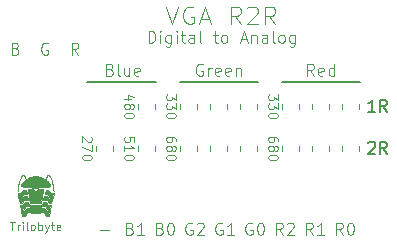
<source format=gbr>
%TF.GenerationSoftware,KiCad,Pcbnew,(6.0.0-0)*%
%TF.CreationDate,2022-07-05T21:41:24-04:00*%
%TF.ProjectId,IO-VGA-DAC,494f2d56-4741-42d4-9441-432e6b696361,rev?*%
%TF.SameCoordinates,Original*%
%TF.FileFunction,Legend,Top*%
%TF.FilePolarity,Positive*%
%FSLAX46Y46*%
G04 Gerber Fmt 4.6, Leading zero omitted, Abs format (unit mm)*
G04 Created by KiCad (PCBNEW (6.0.0-0)) date 2022-07-05 21:41:24*
%MOMM*%
%LPD*%
G01*
G04 APERTURE LIST*
%ADD10C,0.150000*%
%ADD11C,0.100000*%
%ADD12C,0.120000*%
%ADD13C,0.013229*%
G04 APERTURE END LIST*
D10*
X150876000Y-120650000D02*
X156718000Y-120650000D01*
D11*
X152852571Y-119562571D02*
X152995428Y-119610190D01*
X153043047Y-119657809D01*
X153090666Y-119753047D01*
X153090666Y-119895904D01*
X153043047Y-119991142D01*
X152995428Y-120038761D01*
X152900190Y-120086380D01*
X152519238Y-120086380D01*
X152519238Y-119086380D01*
X152852571Y-119086380D01*
X152947809Y-119134000D01*
X152995428Y-119181619D01*
X153043047Y-119276857D01*
X153043047Y-119372095D01*
X152995428Y-119467333D01*
X152947809Y-119514952D01*
X152852571Y-119562571D01*
X152519238Y-119562571D01*
X153662095Y-120086380D02*
X153566857Y-120038761D01*
X153519238Y-119943523D01*
X153519238Y-119086380D01*
X154471619Y-119419714D02*
X154471619Y-120086380D01*
X154043047Y-119419714D02*
X154043047Y-119943523D01*
X154090666Y-120038761D01*
X154185904Y-120086380D01*
X154328761Y-120086380D01*
X154424000Y-120038761D01*
X154471619Y-119991142D01*
X155328761Y-120038761D02*
X155233523Y-120086380D01*
X155043047Y-120086380D01*
X154947809Y-120038761D01*
X154900190Y-119943523D01*
X154900190Y-119562571D01*
X154947809Y-119467333D01*
X155043047Y-119419714D01*
X155233523Y-119419714D01*
X155328761Y-119467333D01*
X155376380Y-119562571D01*
X155376380Y-119657809D01*
X154900190Y-119753047D01*
D10*
X158750000Y-120650000D02*
X165354000Y-120650000D01*
X167386000Y-120650000D02*
X173990000Y-120650000D01*
D11*
X170116571Y-120086380D02*
X169783238Y-119610190D01*
X169545142Y-120086380D02*
X169545142Y-119086380D01*
X169926095Y-119086380D01*
X170021333Y-119134000D01*
X170068952Y-119181619D01*
X170116571Y-119276857D01*
X170116571Y-119419714D01*
X170068952Y-119514952D01*
X170021333Y-119562571D01*
X169926095Y-119610190D01*
X169545142Y-119610190D01*
X170926095Y-120038761D02*
X170830857Y-120086380D01*
X170640380Y-120086380D01*
X170545142Y-120038761D01*
X170497523Y-119943523D01*
X170497523Y-119562571D01*
X170545142Y-119467333D01*
X170640380Y-119419714D01*
X170830857Y-119419714D01*
X170926095Y-119467333D01*
X170973714Y-119562571D01*
X170973714Y-119657809D01*
X170497523Y-119753047D01*
X171830857Y-120086380D02*
X171830857Y-119086380D01*
X171830857Y-120038761D02*
X171735619Y-120086380D01*
X171545142Y-120086380D01*
X171449904Y-120038761D01*
X171402285Y-119991142D01*
X171354666Y-119895904D01*
X171354666Y-119610190D01*
X171402285Y-119514952D01*
X171449904Y-119467333D01*
X171545142Y-119419714D01*
X171735619Y-119419714D01*
X171830857Y-119467333D01*
X160694857Y-119134000D02*
X160599619Y-119086380D01*
X160456761Y-119086380D01*
X160313904Y-119134000D01*
X160218666Y-119229238D01*
X160171047Y-119324476D01*
X160123428Y-119514952D01*
X160123428Y-119657809D01*
X160171047Y-119848285D01*
X160218666Y-119943523D01*
X160313904Y-120038761D01*
X160456761Y-120086380D01*
X160552000Y-120086380D01*
X160694857Y-120038761D01*
X160742476Y-119991142D01*
X160742476Y-119657809D01*
X160552000Y-119657809D01*
X161171047Y-120086380D02*
X161171047Y-119419714D01*
X161171047Y-119610190D02*
X161218666Y-119514952D01*
X161266285Y-119467333D01*
X161361523Y-119419714D01*
X161456761Y-119419714D01*
X162171047Y-120038761D02*
X162075809Y-120086380D01*
X161885333Y-120086380D01*
X161790095Y-120038761D01*
X161742476Y-119943523D01*
X161742476Y-119562571D01*
X161790095Y-119467333D01*
X161885333Y-119419714D01*
X162075809Y-119419714D01*
X162171047Y-119467333D01*
X162218666Y-119562571D01*
X162218666Y-119657809D01*
X161742476Y-119753047D01*
X163028190Y-120038761D02*
X162932952Y-120086380D01*
X162742476Y-120086380D01*
X162647238Y-120038761D01*
X162599619Y-119943523D01*
X162599619Y-119562571D01*
X162647238Y-119467333D01*
X162742476Y-119419714D01*
X162932952Y-119419714D01*
X163028190Y-119467333D01*
X163075809Y-119562571D01*
X163075809Y-119657809D01*
X162599619Y-119753047D01*
X163504380Y-119419714D02*
X163504380Y-120086380D01*
X163504380Y-119514952D02*
X163552000Y-119467333D01*
X163647238Y-119419714D01*
X163790095Y-119419714D01*
X163885333Y-119467333D01*
X163932952Y-119562571D01*
X163932952Y-120086380D01*
X144391333Y-132458666D02*
X144791333Y-132458666D01*
X144591333Y-133158666D02*
X144591333Y-132458666D01*
X145024666Y-133158666D02*
X145024666Y-132692000D01*
X145024666Y-132825333D02*
X145058000Y-132758666D01*
X145091333Y-132725333D01*
X145158000Y-132692000D01*
X145224666Y-132692000D01*
X145458000Y-133158666D02*
X145458000Y-132692000D01*
X145458000Y-132458666D02*
X145424666Y-132492000D01*
X145458000Y-132525333D01*
X145491333Y-132492000D01*
X145458000Y-132458666D01*
X145458000Y-132525333D01*
X145891333Y-133158666D02*
X145824666Y-133125333D01*
X145791333Y-133058666D01*
X145791333Y-132458666D01*
X146258000Y-133158666D02*
X146191333Y-133125333D01*
X146158000Y-133092000D01*
X146124666Y-133025333D01*
X146124666Y-132825333D01*
X146158000Y-132758666D01*
X146191333Y-132725333D01*
X146258000Y-132692000D01*
X146358000Y-132692000D01*
X146424666Y-132725333D01*
X146458000Y-132758666D01*
X146491333Y-132825333D01*
X146491333Y-133025333D01*
X146458000Y-133092000D01*
X146424666Y-133125333D01*
X146358000Y-133158666D01*
X146258000Y-133158666D01*
X146791333Y-133158666D02*
X146791333Y-132458666D01*
X146791333Y-132725333D02*
X146858000Y-132692000D01*
X146991333Y-132692000D01*
X147058000Y-132725333D01*
X147091333Y-132758666D01*
X147124666Y-132825333D01*
X147124666Y-133025333D01*
X147091333Y-133092000D01*
X147058000Y-133125333D01*
X146991333Y-133158666D01*
X146858000Y-133158666D01*
X146791333Y-133125333D01*
X147358000Y-132692000D02*
X147524666Y-133158666D01*
X147691333Y-132692000D02*
X147524666Y-133158666D01*
X147458000Y-133325333D01*
X147424666Y-133358666D01*
X147358000Y-133392000D01*
X147858000Y-132692000D02*
X148124666Y-132692000D01*
X147958000Y-132458666D02*
X147958000Y-133058666D01*
X147991333Y-133125333D01*
X148058000Y-133158666D01*
X148124666Y-133158666D01*
X148624666Y-133125333D02*
X148558000Y-133158666D01*
X148424666Y-133158666D01*
X148358000Y-133125333D01*
X148324666Y-133058666D01*
X148324666Y-132792000D01*
X148358000Y-132725333D01*
X148424666Y-132692000D01*
X148558000Y-132692000D01*
X148624666Y-132725333D01*
X148658000Y-132792000D01*
X148658000Y-132858666D01*
X148324666Y-132925333D01*
X152019047Y-133167428D02*
X152780952Y-133167428D01*
X154535238Y-133024571D02*
X154678095Y-133072190D01*
X154725714Y-133119809D01*
X154773333Y-133215047D01*
X154773333Y-133357904D01*
X154725714Y-133453142D01*
X154678095Y-133500761D01*
X154582857Y-133548380D01*
X154201904Y-133548380D01*
X154201904Y-132548380D01*
X154535238Y-132548380D01*
X154630476Y-132596000D01*
X154678095Y-132643619D01*
X154725714Y-132738857D01*
X154725714Y-132834095D01*
X154678095Y-132929333D01*
X154630476Y-132976952D01*
X154535238Y-133024571D01*
X154201904Y-133024571D01*
X155725714Y-133548380D02*
X155154285Y-133548380D01*
X155440000Y-133548380D02*
X155440000Y-132548380D01*
X155344761Y-132691238D01*
X155249523Y-132786476D01*
X155154285Y-132834095D01*
X157075238Y-133024571D02*
X157218095Y-133072190D01*
X157265714Y-133119809D01*
X157313333Y-133215047D01*
X157313333Y-133357904D01*
X157265714Y-133453142D01*
X157218095Y-133500761D01*
X157122857Y-133548380D01*
X156741904Y-133548380D01*
X156741904Y-132548380D01*
X157075238Y-132548380D01*
X157170476Y-132596000D01*
X157218095Y-132643619D01*
X157265714Y-132738857D01*
X157265714Y-132834095D01*
X157218095Y-132929333D01*
X157170476Y-132976952D01*
X157075238Y-133024571D01*
X156741904Y-133024571D01*
X157932380Y-132548380D02*
X158027619Y-132548380D01*
X158122857Y-132596000D01*
X158170476Y-132643619D01*
X158218095Y-132738857D01*
X158265714Y-132929333D01*
X158265714Y-133167428D01*
X158218095Y-133357904D01*
X158170476Y-133453142D01*
X158122857Y-133500761D01*
X158027619Y-133548380D01*
X157932380Y-133548380D01*
X157837142Y-133500761D01*
X157789523Y-133453142D01*
X157741904Y-133357904D01*
X157694285Y-133167428D01*
X157694285Y-132929333D01*
X157741904Y-132738857D01*
X157789523Y-132643619D01*
X157837142Y-132596000D01*
X157932380Y-132548380D01*
D10*
X174728285Y-125785619D02*
X174775904Y-125738000D01*
X174871142Y-125690380D01*
X175109238Y-125690380D01*
X175204476Y-125738000D01*
X175252095Y-125785619D01*
X175299714Y-125880857D01*
X175299714Y-125976095D01*
X175252095Y-126118952D01*
X174680666Y-126690380D01*
X175299714Y-126690380D01*
X176299714Y-126690380D02*
X175966380Y-126214190D01*
X175728285Y-126690380D02*
X175728285Y-125690380D01*
X176109238Y-125690380D01*
X176204476Y-125738000D01*
X176252095Y-125785619D01*
X176299714Y-125880857D01*
X176299714Y-126023714D01*
X176252095Y-126118952D01*
X176204476Y-126166571D01*
X176109238Y-126214190D01*
X175728285Y-126214190D01*
X175299714Y-123134380D02*
X174728285Y-123134380D01*
X175014000Y-123134380D02*
X175014000Y-122134380D01*
X174918761Y-122277238D01*
X174823523Y-122372476D01*
X174728285Y-122420095D01*
X176299714Y-123134380D02*
X175966380Y-122658190D01*
X175728285Y-123134380D02*
X175728285Y-122134380D01*
X176109238Y-122134380D01*
X176204476Y-122182000D01*
X176252095Y-122229619D01*
X176299714Y-122324857D01*
X176299714Y-122467714D01*
X176252095Y-122562952D01*
X176204476Y-122610571D01*
X176109238Y-122658190D01*
X175728285Y-122658190D01*
D11*
X156115523Y-117292380D02*
X156115523Y-116292380D01*
X156353619Y-116292380D01*
X156496476Y-116340000D01*
X156591714Y-116435238D01*
X156639333Y-116530476D01*
X156686952Y-116720952D01*
X156686952Y-116863809D01*
X156639333Y-117054285D01*
X156591714Y-117149523D01*
X156496476Y-117244761D01*
X156353619Y-117292380D01*
X156115523Y-117292380D01*
X157115523Y-117292380D02*
X157115523Y-116625714D01*
X157115523Y-116292380D02*
X157067904Y-116340000D01*
X157115523Y-116387619D01*
X157163142Y-116340000D01*
X157115523Y-116292380D01*
X157115523Y-116387619D01*
X158020285Y-116625714D02*
X158020285Y-117435238D01*
X157972666Y-117530476D01*
X157925047Y-117578095D01*
X157829809Y-117625714D01*
X157686952Y-117625714D01*
X157591714Y-117578095D01*
X158020285Y-117244761D02*
X157925047Y-117292380D01*
X157734571Y-117292380D01*
X157639333Y-117244761D01*
X157591714Y-117197142D01*
X157544095Y-117101904D01*
X157544095Y-116816190D01*
X157591714Y-116720952D01*
X157639333Y-116673333D01*
X157734571Y-116625714D01*
X157925047Y-116625714D01*
X158020285Y-116673333D01*
X158496476Y-117292380D02*
X158496476Y-116625714D01*
X158496476Y-116292380D02*
X158448857Y-116340000D01*
X158496476Y-116387619D01*
X158544095Y-116340000D01*
X158496476Y-116292380D01*
X158496476Y-116387619D01*
X158829809Y-116625714D02*
X159210761Y-116625714D01*
X158972666Y-116292380D02*
X158972666Y-117149523D01*
X159020285Y-117244761D01*
X159115523Y-117292380D01*
X159210761Y-117292380D01*
X159972666Y-117292380D02*
X159972666Y-116768571D01*
X159925047Y-116673333D01*
X159829809Y-116625714D01*
X159639333Y-116625714D01*
X159544095Y-116673333D01*
X159972666Y-117244761D02*
X159877428Y-117292380D01*
X159639333Y-117292380D01*
X159544095Y-117244761D01*
X159496476Y-117149523D01*
X159496476Y-117054285D01*
X159544095Y-116959047D01*
X159639333Y-116911428D01*
X159877428Y-116911428D01*
X159972666Y-116863809D01*
X160591714Y-117292380D02*
X160496476Y-117244761D01*
X160448857Y-117149523D01*
X160448857Y-116292380D01*
X161591714Y-116625714D02*
X161972666Y-116625714D01*
X161734571Y-116292380D02*
X161734571Y-117149523D01*
X161782190Y-117244761D01*
X161877428Y-117292380D01*
X161972666Y-117292380D01*
X162448857Y-117292380D02*
X162353619Y-117244761D01*
X162306000Y-117197142D01*
X162258380Y-117101904D01*
X162258380Y-116816190D01*
X162306000Y-116720952D01*
X162353619Y-116673333D01*
X162448857Y-116625714D01*
X162591714Y-116625714D01*
X162686952Y-116673333D01*
X162734571Y-116720952D01*
X162782190Y-116816190D01*
X162782190Y-117101904D01*
X162734571Y-117197142D01*
X162686952Y-117244761D01*
X162591714Y-117292380D01*
X162448857Y-117292380D01*
X163925047Y-117006666D02*
X164401238Y-117006666D01*
X163829809Y-117292380D02*
X164163142Y-116292380D01*
X164496476Y-117292380D01*
X164829809Y-116625714D02*
X164829809Y-117292380D01*
X164829809Y-116720952D02*
X164877428Y-116673333D01*
X164972666Y-116625714D01*
X165115523Y-116625714D01*
X165210761Y-116673333D01*
X165258380Y-116768571D01*
X165258380Y-117292380D01*
X166163142Y-117292380D02*
X166163142Y-116768571D01*
X166115523Y-116673333D01*
X166020285Y-116625714D01*
X165829809Y-116625714D01*
X165734571Y-116673333D01*
X166163142Y-117244761D02*
X166067904Y-117292380D01*
X165829809Y-117292380D01*
X165734571Y-117244761D01*
X165686952Y-117149523D01*
X165686952Y-117054285D01*
X165734571Y-116959047D01*
X165829809Y-116911428D01*
X166067904Y-116911428D01*
X166163142Y-116863809D01*
X166782190Y-117292380D02*
X166686952Y-117244761D01*
X166639333Y-117149523D01*
X166639333Y-116292380D01*
X167306000Y-117292380D02*
X167210761Y-117244761D01*
X167163142Y-117197142D01*
X167115523Y-117101904D01*
X167115523Y-116816190D01*
X167163142Y-116720952D01*
X167210761Y-116673333D01*
X167306000Y-116625714D01*
X167448857Y-116625714D01*
X167544095Y-116673333D01*
X167591714Y-116720952D01*
X167639333Y-116816190D01*
X167639333Y-117101904D01*
X167591714Y-117197142D01*
X167544095Y-117244761D01*
X167448857Y-117292380D01*
X167306000Y-117292380D01*
X168496476Y-116625714D02*
X168496476Y-117435238D01*
X168448857Y-117530476D01*
X168401238Y-117578095D01*
X168306000Y-117625714D01*
X168163142Y-117625714D01*
X168067904Y-117578095D01*
X168496476Y-117244761D02*
X168401238Y-117292380D01*
X168210761Y-117292380D01*
X168115523Y-117244761D01*
X168067904Y-117197142D01*
X168020285Y-117101904D01*
X168020285Y-116816190D01*
X168067904Y-116720952D01*
X168115523Y-116673333D01*
X168210761Y-116625714D01*
X168401238Y-116625714D01*
X168496476Y-116673333D01*
X159805714Y-132596000D02*
X159710476Y-132548380D01*
X159567619Y-132548380D01*
X159424761Y-132596000D01*
X159329523Y-132691238D01*
X159281904Y-132786476D01*
X159234285Y-132976952D01*
X159234285Y-133119809D01*
X159281904Y-133310285D01*
X159329523Y-133405523D01*
X159424761Y-133500761D01*
X159567619Y-133548380D01*
X159662857Y-133548380D01*
X159805714Y-133500761D01*
X159853333Y-133453142D01*
X159853333Y-133119809D01*
X159662857Y-133119809D01*
X160234285Y-132643619D02*
X160281904Y-132596000D01*
X160377142Y-132548380D01*
X160615238Y-132548380D01*
X160710476Y-132596000D01*
X160758095Y-132643619D01*
X160805714Y-132738857D01*
X160805714Y-132834095D01*
X160758095Y-132976952D01*
X160186666Y-133548380D01*
X160805714Y-133548380D01*
X167473333Y-133548380D02*
X167140000Y-133072190D01*
X166901904Y-133548380D02*
X166901904Y-132548380D01*
X167282857Y-132548380D01*
X167378095Y-132596000D01*
X167425714Y-132643619D01*
X167473333Y-132738857D01*
X167473333Y-132881714D01*
X167425714Y-132976952D01*
X167378095Y-133024571D01*
X167282857Y-133072190D01*
X166901904Y-133072190D01*
X167854285Y-132643619D02*
X167901904Y-132596000D01*
X167997142Y-132548380D01*
X168235238Y-132548380D01*
X168330476Y-132596000D01*
X168378095Y-132643619D01*
X168425714Y-132738857D01*
X168425714Y-132834095D01*
X168378095Y-132976952D01*
X167806666Y-133548380D01*
X168425714Y-133548380D01*
X162345714Y-132596000D02*
X162250476Y-132548380D01*
X162107619Y-132548380D01*
X161964761Y-132596000D01*
X161869523Y-132691238D01*
X161821904Y-132786476D01*
X161774285Y-132976952D01*
X161774285Y-133119809D01*
X161821904Y-133310285D01*
X161869523Y-133405523D01*
X161964761Y-133500761D01*
X162107619Y-133548380D01*
X162202857Y-133548380D01*
X162345714Y-133500761D01*
X162393333Y-133453142D01*
X162393333Y-133119809D01*
X162202857Y-133119809D01*
X163345714Y-133548380D02*
X162774285Y-133548380D01*
X163060000Y-133548380D02*
X163060000Y-132548380D01*
X162964761Y-132691238D01*
X162869523Y-132786476D01*
X162774285Y-132834095D01*
X172553333Y-133548380D02*
X172220000Y-133072190D01*
X171981904Y-133548380D02*
X171981904Y-132548380D01*
X172362857Y-132548380D01*
X172458095Y-132596000D01*
X172505714Y-132643619D01*
X172553333Y-132738857D01*
X172553333Y-132881714D01*
X172505714Y-132976952D01*
X172458095Y-133024571D01*
X172362857Y-133072190D01*
X171981904Y-133072190D01*
X173172380Y-132548380D02*
X173267619Y-132548380D01*
X173362857Y-132596000D01*
X173410476Y-132643619D01*
X173458095Y-132738857D01*
X173505714Y-132929333D01*
X173505714Y-133167428D01*
X173458095Y-133357904D01*
X173410476Y-133453142D01*
X173362857Y-133500761D01*
X173267619Y-133548380D01*
X173172380Y-133548380D01*
X173077142Y-133500761D01*
X173029523Y-133453142D01*
X172981904Y-133357904D01*
X172934285Y-133167428D01*
X172934285Y-132929333D01*
X172981904Y-132738857D01*
X173029523Y-132643619D01*
X173077142Y-132596000D01*
X173172380Y-132548380D01*
X150169523Y-118308380D02*
X149836190Y-117832190D01*
X149598095Y-118308380D02*
X149598095Y-117308380D01*
X149979047Y-117308380D01*
X150074285Y-117356000D01*
X150121904Y-117403619D01*
X150169523Y-117498857D01*
X150169523Y-117641714D01*
X150121904Y-117736952D01*
X150074285Y-117784571D01*
X149979047Y-117832190D01*
X149598095Y-117832190D01*
X147581904Y-117356000D02*
X147486666Y-117308380D01*
X147343809Y-117308380D01*
X147200952Y-117356000D01*
X147105714Y-117451238D01*
X147058095Y-117546476D01*
X147010476Y-117736952D01*
X147010476Y-117879809D01*
X147058095Y-118070285D01*
X147105714Y-118165523D01*
X147200952Y-118260761D01*
X147343809Y-118308380D01*
X147439047Y-118308380D01*
X147581904Y-118260761D01*
X147629523Y-118213142D01*
X147629523Y-117879809D01*
X147439047Y-117879809D01*
X144851428Y-117784571D02*
X144994285Y-117832190D01*
X145041904Y-117879809D01*
X145089523Y-117975047D01*
X145089523Y-118117904D01*
X145041904Y-118213142D01*
X144994285Y-118260761D01*
X144899047Y-118308380D01*
X144518095Y-118308380D01*
X144518095Y-117308380D01*
X144851428Y-117308380D01*
X144946666Y-117356000D01*
X144994285Y-117403619D01*
X145041904Y-117498857D01*
X145041904Y-117594095D01*
X144994285Y-117689333D01*
X144946666Y-117736952D01*
X144851428Y-117784571D01*
X144518095Y-117784571D01*
X157627428Y-114240571D02*
X158127428Y-115740571D01*
X158627428Y-114240571D01*
X159913142Y-114312000D02*
X159770285Y-114240571D01*
X159556000Y-114240571D01*
X159341714Y-114312000D01*
X159198857Y-114454857D01*
X159127428Y-114597714D01*
X159056000Y-114883428D01*
X159056000Y-115097714D01*
X159127428Y-115383428D01*
X159198857Y-115526285D01*
X159341714Y-115669142D01*
X159556000Y-115740571D01*
X159698857Y-115740571D01*
X159913142Y-115669142D01*
X159984571Y-115597714D01*
X159984571Y-115097714D01*
X159698857Y-115097714D01*
X160556000Y-115312000D02*
X161270285Y-115312000D01*
X160413142Y-115740571D02*
X160913142Y-114240571D01*
X161413142Y-115740571D01*
X163913142Y-115740571D02*
X163413142Y-115026285D01*
X163056000Y-115740571D02*
X163056000Y-114240571D01*
X163627428Y-114240571D01*
X163770285Y-114312000D01*
X163841714Y-114383428D01*
X163913142Y-114526285D01*
X163913142Y-114740571D01*
X163841714Y-114883428D01*
X163770285Y-114954857D01*
X163627428Y-115026285D01*
X163056000Y-115026285D01*
X164484571Y-114383428D02*
X164556000Y-114312000D01*
X164698857Y-114240571D01*
X165056000Y-114240571D01*
X165198857Y-114312000D01*
X165270285Y-114383428D01*
X165341714Y-114526285D01*
X165341714Y-114669142D01*
X165270285Y-114883428D01*
X164413142Y-115740571D01*
X165341714Y-115740571D01*
X166841714Y-115740571D02*
X166341714Y-115026285D01*
X165984571Y-115740571D02*
X165984571Y-114240571D01*
X166556000Y-114240571D01*
X166698857Y-114312000D01*
X166770285Y-114383428D01*
X166841714Y-114526285D01*
X166841714Y-114740571D01*
X166770285Y-114883428D01*
X166698857Y-114954857D01*
X166556000Y-115026285D01*
X165984571Y-115026285D01*
X164885714Y-132596000D02*
X164790476Y-132548380D01*
X164647619Y-132548380D01*
X164504761Y-132596000D01*
X164409523Y-132691238D01*
X164361904Y-132786476D01*
X164314285Y-132976952D01*
X164314285Y-133119809D01*
X164361904Y-133310285D01*
X164409523Y-133405523D01*
X164504761Y-133500761D01*
X164647619Y-133548380D01*
X164742857Y-133548380D01*
X164885714Y-133500761D01*
X164933333Y-133453142D01*
X164933333Y-133119809D01*
X164742857Y-133119809D01*
X165552380Y-132548380D02*
X165647619Y-132548380D01*
X165742857Y-132596000D01*
X165790476Y-132643619D01*
X165838095Y-132738857D01*
X165885714Y-132929333D01*
X165885714Y-133167428D01*
X165838095Y-133357904D01*
X165790476Y-133453142D01*
X165742857Y-133500761D01*
X165647619Y-133548380D01*
X165552380Y-133548380D01*
X165457142Y-133500761D01*
X165409523Y-133453142D01*
X165361904Y-133357904D01*
X165314285Y-133167428D01*
X165314285Y-132929333D01*
X165361904Y-132738857D01*
X165409523Y-132643619D01*
X165457142Y-132596000D01*
X165552380Y-132548380D01*
X170013333Y-133548380D02*
X169680000Y-133072190D01*
X169441904Y-133548380D02*
X169441904Y-132548380D01*
X169822857Y-132548380D01*
X169918095Y-132596000D01*
X169965714Y-132643619D01*
X170013333Y-132738857D01*
X170013333Y-132881714D01*
X169965714Y-132976952D01*
X169918095Y-133024571D01*
X169822857Y-133072190D01*
X169441904Y-133072190D01*
X170965714Y-133548380D02*
X170394285Y-133548380D01*
X170680000Y-133548380D02*
X170680000Y-132548380D01*
X170584761Y-132691238D01*
X170489523Y-132786476D01*
X170394285Y-132834095D01*
%TO.C,R6*%
X154870095Y-125666571D02*
X154870095Y-125285619D01*
X154489142Y-125247523D01*
X154527238Y-125285619D01*
X154565333Y-125361809D01*
X154565333Y-125552285D01*
X154527238Y-125628476D01*
X154489142Y-125666571D01*
X154412952Y-125704666D01*
X154222476Y-125704666D01*
X154146285Y-125666571D01*
X154108190Y-125628476D01*
X154070095Y-125552285D01*
X154070095Y-125361809D01*
X154108190Y-125285619D01*
X154146285Y-125247523D01*
X154070095Y-126466571D02*
X154070095Y-126009428D01*
X154070095Y-126238000D02*
X154870095Y-126238000D01*
X154755809Y-126161809D01*
X154679619Y-126085619D01*
X154641523Y-126009428D01*
X154870095Y-126961809D02*
X154870095Y-127038000D01*
X154832000Y-127114190D01*
X154793904Y-127152285D01*
X154717714Y-127190380D01*
X154565333Y-127228476D01*
X154374857Y-127228476D01*
X154222476Y-127190380D01*
X154146285Y-127152285D01*
X154108190Y-127114190D01*
X154070095Y-127038000D01*
X154070095Y-126961809D01*
X154108190Y-126885619D01*
X154146285Y-126847523D01*
X154222476Y-126809428D01*
X154374857Y-126771333D01*
X154565333Y-126771333D01*
X154717714Y-126809428D01*
X154793904Y-126847523D01*
X154832000Y-126885619D01*
X154870095Y-126961809D01*
%TO.C,R3*%
X154603428Y-122072476D02*
X154070095Y-122072476D01*
X154908190Y-121882000D02*
X154336761Y-121691523D01*
X154336761Y-122186761D01*
X154527238Y-122605809D02*
X154565333Y-122529619D01*
X154603428Y-122491523D01*
X154679619Y-122453428D01*
X154717714Y-122453428D01*
X154793904Y-122491523D01*
X154832000Y-122529619D01*
X154870095Y-122605809D01*
X154870095Y-122758190D01*
X154832000Y-122834380D01*
X154793904Y-122872476D01*
X154717714Y-122910571D01*
X154679619Y-122910571D01*
X154603428Y-122872476D01*
X154565333Y-122834380D01*
X154527238Y-122758190D01*
X154527238Y-122605809D01*
X154489142Y-122529619D01*
X154451047Y-122491523D01*
X154374857Y-122453428D01*
X154222476Y-122453428D01*
X154146285Y-122491523D01*
X154108190Y-122529619D01*
X154070095Y-122605809D01*
X154070095Y-122758190D01*
X154108190Y-122834380D01*
X154146285Y-122872476D01*
X154222476Y-122910571D01*
X154374857Y-122910571D01*
X154451047Y-122872476D01*
X154489142Y-122834380D01*
X154527238Y-122758190D01*
X154870095Y-123405809D02*
X154870095Y-123482000D01*
X154832000Y-123558190D01*
X154793904Y-123596285D01*
X154717714Y-123634380D01*
X154565333Y-123672476D01*
X154374857Y-123672476D01*
X154222476Y-123634380D01*
X154146285Y-123596285D01*
X154108190Y-123558190D01*
X154070095Y-123482000D01*
X154070095Y-123405809D01*
X154108190Y-123329619D01*
X154146285Y-123291523D01*
X154222476Y-123253428D01*
X154374857Y-123215333D01*
X154565333Y-123215333D01*
X154717714Y-123253428D01*
X154793904Y-123291523D01*
X154832000Y-123329619D01*
X154870095Y-123405809D01*
%TO.C,R13*%
X167062095Y-121653428D02*
X167062095Y-122148666D01*
X166757333Y-121882000D01*
X166757333Y-121996285D01*
X166719238Y-122072476D01*
X166681142Y-122110571D01*
X166604952Y-122148666D01*
X166414476Y-122148666D01*
X166338285Y-122110571D01*
X166300190Y-122072476D01*
X166262095Y-121996285D01*
X166262095Y-121767714D01*
X166300190Y-121691523D01*
X166338285Y-121653428D01*
X167062095Y-122415333D02*
X167062095Y-122910571D01*
X166757333Y-122643904D01*
X166757333Y-122758190D01*
X166719238Y-122834380D01*
X166681142Y-122872476D01*
X166604952Y-122910571D01*
X166414476Y-122910571D01*
X166338285Y-122872476D01*
X166300190Y-122834380D01*
X166262095Y-122758190D01*
X166262095Y-122529619D01*
X166300190Y-122453428D01*
X166338285Y-122415333D01*
X167062095Y-123405809D02*
X167062095Y-123482000D01*
X167024000Y-123558190D01*
X166985904Y-123596285D01*
X166909714Y-123634380D01*
X166757333Y-123672476D01*
X166566857Y-123672476D01*
X166414476Y-123634380D01*
X166338285Y-123596285D01*
X166300190Y-123558190D01*
X166262095Y-123482000D01*
X166262095Y-123405809D01*
X166300190Y-123329619D01*
X166338285Y-123291523D01*
X166414476Y-123253428D01*
X166566857Y-123215333D01*
X166757333Y-123215333D01*
X166909714Y-123253428D01*
X166985904Y-123291523D01*
X167024000Y-123329619D01*
X167062095Y-123405809D01*
%TO.C,R14*%
X158426095Y-121653428D02*
X158426095Y-122148666D01*
X158121333Y-121882000D01*
X158121333Y-121996285D01*
X158083238Y-122072476D01*
X158045142Y-122110571D01*
X157968952Y-122148666D01*
X157778476Y-122148666D01*
X157702285Y-122110571D01*
X157664190Y-122072476D01*
X157626095Y-121996285D01*
X157626095Y-121767714D01*
X157664190Y-121691523D01*
X157702285Y-121653428D01*
X158426095Y-122415333D02*
X158426095Y-122910571D01*
X158121333Y-122643904D01*
X158121333Y-122758190D01*
X158083238Y-122834380D01*
X158045142Y-122872476D01*
X157968952Y-122910571D01*
X157778476Y-122910571D01*
X157702285Y-122872476D01*
X157664190Y-122834380D01*
X157626095Y-122758190D01*
X157626095Y-122529619D01*
X157664190Y-122453428D01*
X157702285Y-122415333D01*
X158426095Y-123405809D02*
X158426095Y-123482000D01*
X158388000Y-123558190D01*
X158349904Y-123596285D01*
X158273714Y-123634380D01*
X158121333Y-123672476D01*
X157930857Y-123672476D01*
X157778476Y-123634380D01*
X157702285Y-123596285D01*
X157664190Y-123558190D01*
X157626095Y-123482000D01*
X157626095Y-123405809D01*
X157664190Y-123329619D01*
X157702285Y-123291523D01*
X157778476Y-123253428D01*
X157930857Y-123215333D01*
X158121333Y-123215333D01*
X158273714Y-123253428D01*
X158349904Y-123291523D01*
X158388000Y-123329619D01*
X158426095Y-123405809D01*
%TO.C,R15*%
X167062095Y-125628476D02*
X167062095Y-125476095D01*
X167024000Y-125399904D01*
X166985904Y-125361809D01*
X166871619Y-125285619D01*
X166719238Y-125247523D01*
X166414476Y-125247523D01*
X166338285Y-125285619D01*
X166300190Y-125323714D01*
X166262095Y-125399904D01*
X166262095Y-125552285D01*
X166300190Y-125628476D01*
X166338285Y-125666571D01*
X166414476Y-125704666D01*
X166604952Y-125704666D01*
X166681142Y-125666571D01*
X166719238Y-125628476D01*
X166757333Y-125552285D01*
X166757333Y-125399904D01*
X166719238Y-125323714D01*
X166681142Y-125285619D01*
X166604952Y-125247523D01*
X166719238Y-126161809D02*
X166757333Y-126085619D01*
X166795428Y-126047523D01*
X166871619Y-126009428D01*
X166909714Y-126009428D01*
X166985904Y-126047523D01*
X167024000Y-126085619D01*
X167062095Y-126161809D01*
X167062095Y-126314190D01*
X167024000Y-126390380D01*
X166985904Y-126428476D01*
X166909714Y-126466571D01*
X166871619Y-126466571D01*
X166795428Y-126428476D01*
X166757333Y-126390380D01*
X166719238Y-126314190D01*
X166719238Y-126161809D01*
X166681142Y-126085619D01*
X166643047Y-126047523D01*
X166566857Y-126009428D01*
X166414476Y-126009428D01*
X166338285Y-126047523D01*
X166300190Y-126085619D01*
X166262095Y-126161809D01*
X166262095Y-126314190D01*
X166300190Y-126390380D01*
X166338285Y-126428476D01*
X166414476Y-126466571D01*
X166566857Y-126466571D01*
X166643047Y-126428476D01*
X166681142Y-126390380D01*
X166719238Y-126314190D01*
X167062095Y-126961809D02*
X167062095Y-127038000D01*
X167024000Y-127114190D01*
X166985904Y-127152285D01*
X166909714Y-127190380D01*
X166757333Y-127228476D01*
X166566857Y-127228476D01*
X166414476Y-127190380D01*
X166338285Y-127152285D01*
X166300190Y-127114190D01*
X166262095Y-127038000D01*
X166262095Y-126961809D01*
X166300190Y-126885619D01*
X166338285Y-126847523D01*
X166414476Y-126809428D01*
X166566857Y-126771333D01*
X166757333Y-126771333D01*
X166909714Y-126809428D01*
X166985904Y-126847523D01*
X167024000Y-126885619D01*
X167062095Y-126961809D01*
%TO.C,R16*%
X158426095Y-125628476D02*
X158426095Y-125476095D01*
X158388000Y-125399904D01*
X158349904Y-125361809D01*
X158235619Y-125285619D01*
X158083238Y-125247523D01*
X157778476Y-125247523D01*
X157702285Y-125285619D01*
X157664190Y-125323714D01*
X157626095Y-125399904D01*
X157626095Y-125552285D01*
X157664190Y-125628476D01*
X157702285Y-125666571D01*
X157778476Y-125704666D01*
X157968952Y-125704666D01*
X158045142Y-125666571D01*
X158083238Y-125628476D01*
X158121333Y-125552285D01*
X158121333Y-125399904D01*
X158083238Y-125323714D01*
X158045142Y-125285619D01*
X157968952Y-125247523D01*
X158083238Y-126161809D02*
X158121333Y-126085619D01*
X158159428Y-126047523D01*
X158235619Y-126009428D01*
X158273714Y-126009428D01*
X158349904Y-126047523D01*
X158388000Y-126085619D01*
X158426095Y-126161809D01*
X158426095Y-126314190D01*
X158388000Y-126390380D01*
X158349904Y-126428476D01*
X158273714Y-126466571D01*
X158235619Y-126466571D01*
X158159428Y-126428476D01*
X158121333Y-126390380D01*
X158083238Y-126314190D01*
X158083238Y-126161809D01*
X158045142Y-126085619D01*
X158007047Y-126047523D01*
X157930857Y-126009428D01*
X157778476Y-126009428D01*
X157702285Y-126047523D01*
X157664190Y-126085619D01*
X157626095Y-126161809D01*
X157626095Y-126314190D01*
X157664190Y-126390380D01*
X157702285Y-126428476D01*
X157778476Y-126466571D01*
X157930857Y-126466571D01*
X158007047Y-126428476D01*
X158045142Y-126390380D01*
X158083238Y-126314190D01*
X158426095Y-126961809D02*
X158426095Y-127038000D01*
X158388000Y-127114190D01*
X158349904Y-127152285D01*
X158273714Y-127190380D01*
X158121333Y-127228476D01*
X157930857Y-127228476D01*
X157778476Y-127190380D01*
X157702285Y-127152285D01*
X157664190Y-127114190D01*
X157626095Y-127038000D01*
X157626095Y-126961809D01*
X157664190Y-126885619D01*
X157702285Y-126847523D01*
X157778476Y-126809428D01*
X157930857Y-126771333D01*
X158121333Y-126771333D01*
X158273714Y-126809428D01*
X158349904Y-126847523D01*
X158388000Y-126885619D01*
X158426095Y-126961809D01*
%TO.C,R12*%
X151237904Y-125247523D02*
X151276000Y-125285619D01*
X151314095Y-125361809D01*
X151314095Y-125552285D01*
X151276000Y-125628476D01*
X151237904Y-125666571D01*
X151161714Y-125704666D01*
X151085523Y-125704666D01*
X150971238Y-125666571D01*
X150514095Y-125209428D01*
X150514095Y-125704666D01*
X151314095Y-125971333D02*
X151314095Y-126504666D01*
X150514095Y-126161809D01*
X151314095Y-126961809D02*
X151314095Y-127038000D01*
X151276000Y-127114190D01*
X151237904Y-127152285D01*
X151161714Y-127190380D01*
X151009333Y-127228476D01*
X150818857Y-127228476D01*
X150666476Y-127190380D01*
X150590285Y-127152285D01*
X150552190Y-127114190D01*
X150514095Y-127038000D01*
X150514095Y-126961809D01*
X150552190Y-126885619D01*
X150590285Y-126847523D01*
X150666476Y-126809428D01*
X150818857Y-126771333D01*
X151009333Y-126771333D01*
X151161714Y-126809428D01*
X151237904Y-126847523D01*
X151276000Y-126885619D01*
X151314095Y-126961809D01*
D12*
%TO.C,R1*%
X173963000Y-122454936D02*
X173963000Y-122909064D01*
X172493000Y-122454936D02*
X172493000Y-122909064D01*
%TO.C,R6*%
X155221000Y-126465064D02*
X155221000Y-126010936D01*
X156691000Y-126465064D02*
X156691000Y-126010936D01*
%TO.C,R3*%
X155221000Y-122454936D02*
X155221000Y-122909064D01*
X156691000Y-122454936D02*
X156691000Y-122909064D01*
%TO.C,R13*%
X167413000Y-122454936D02*
X167413000Y-122909064D01*
X168883000Y-122454936D02*
X168883000Y-122909064D01*
%TO.C,R5*%
X163857000Y-126465064D02*
X163857000Y-126010936D01*
X165327000Y-126465064D02*
X165327000Y-126010936D01*
%TO.C,R14*%
X158777000Y-122454936D02*
X158777000Y-122909064D01*
X160247000Y-122454936D02*
X160247000Y-122909064D01*
%TO.C,R15*%
X168883000Y-126465064D02*
X168883000Y-126010936D01*
X167413000Y-126465064D02*
X167413000Y-126010936D01*
%TO.C,R16*%
X158777000Y-126465064D02*
X158777000Y-126010936D01*
X160247000Y-126465064D02*
X160247000Y-126010936D01*
%TO.C,R8*%
X161317000Y-122454936D02*
X161317000Y-122909064D01*
X162787000Y-122454936D02*
X162787000Y-122909064D01*
D13*
%TO.C,REF\u002A\u002A*%
X147736560Y-128575396D02*
X147758349Y-128605475D01*
X145071440Y-129546974D02*
X145048053Y-129708042D01*
X147758349Y-128605475D02*
X147800942Y-128677176D01*
X147637605Y-128497352D02*
X147656118Y-128503864D01*
X145562244Y-128503999D02*
X145546602Y-128491069D01*
X145239687Y-128831559D02*
X145206794Y-128930609D01*
X145530417Y-128481697D02*
X145513674Y-128476048D01*
X145496355Y-128474289D02*
X145478445Y-128476582D01*
X145723620Y-128920871D02*
X145703150Y-128833923D01*
X145357652Y-128584705D02*
X145357652Y-128584705D01*
X147602383Y-128496818D02*
X147619699Y-128495058D01*
X145478445Y-128476582D02*
X145459927Y-128483094D01*
X145760914Y-129108436D02*
X145723620Y-128920871D01*
X147509979Y-128583262D02*
X147538699Y-128541093D01*
X147355092Y-129129206D02*
X147392399Y-128941641D01*
X147321786Y-129326200D02*
X147355092Y-129129206D01*
X145357652Y-128584705D02*
X145315037Y-128656407D01*
X147569458Y-128511838D02*
X147585641Y-128502467D01*
X145379453Y-128554627D02*
X145357652Y-128584705D01*
X147434745Y-128774062D02*
X147458131Y-128701066D01*
X147715459Y-128550361D02*
X147736560Y-128575396D01*
X147585641Y-128502467D02*
X147602383Y-128496818D01*
X147483166Y-128637027D02*
X147509979Y-128583262D01*
X145315037Y-128656407D02*
X145275741Y-128739425D01*
X145150181Y-129140660D02*
X145105273Y-129351981D01*
X147392399Y-128941641D02*
X147412877Y-128854693D01*
X145275741Y-128739425D02*
X145239687Y-128831559D01*
X145794215Y-129305430D02*
X145760914Y-129108436D01*
X145048053Y-129708042D02*
X145030098Y-129858013D01*
X145440785Y-128493990D02*
X145421003Y-128509434D01*
X147412877Y-128854693D02*
X147434745Y-128774062D01*
X145657913Y-128680296D02*
X145632885Y-128616257D01*
X148067930Y-129728700D02*
X148085903Y-129878650D01*
X147656118Y-128503864D02*
X147675254Y-128514760D01*
X147675254Y-128514760D02*
X147695029Y-128530204D01*
X145421003Y-128509434D02*
X145400564Y-128529591D01*
X145681291Y-128753292D02*
X145657913Y-128680296D01*
X148044527Y-129567653D02*
X148067930Y-129728700D01*
X145577360Y-128520323D02*
X145562244Y-128503999D01*
X145513674Y-128476048D02*
X145496355Y-128474289D01*
X145105273Y-129351981D02*
X145071440Y-129546974D01*
X147538699Y-128541093D02*
X147553816Y-128524769D01*
X147840222Y-128760189D02*
X147876265Y-128852316D01*
X147938957Y-129055115D02*
X147965762Y-129161388D01*
X147800942Y-128677176D02*
X147840222Y-128760189D01*
X145632885Y-128616257D02*
X145606077Y-128562492D01*
X147553816Y-128524769D02*
X147569458Y-128511838D01*
X145459927Y-128483094D02*
X145440785Y-128493990D01*
X147695029Y-128530204D02*
X147715459Y-128550361D01*
X147909151Y-128951358D02*
X147938957Y-129055115D01*
X145546602Y-128491069D02*
X145530417Y-128481697D01*
X147965762Y-129161388D02*
X148010679Y-129372684D01*
X145206794Y-128930609D02*
X145176985Y-129034376D01*
X145400564Y-128529591D02*
X145379453Y-128554627D01*
X147876265Y-128852316D02*
X147909151Y-128951358D01*
X145703150Y-128833923D02*
X145681291Y-128753292D01*
X145176985Y-129034376D02*
X145150181Y-129140660D01*
X145606077Y-128562492D02*
X145577360Y-128520323D01*
X147758349Y-128605475D02*
X147758349Y-128605475D01*
X148010679Y-129372684D02*
X148044527Y-129567653D01*
X147619699Y-128495058D02*
X147637605Y-128497352D01*
X147458131Y-128701066D02*
X147483166Y-128637027D01*
X146082610Y-131010538D02*
X146195058Y-131707714D01*
X146195058Y-131707714D02*
X146895014Y-131707714D01*
X146895014Y-131707714D02*
X147007462Y-131010538D01*
X147007462Y-131010538D02*
X146082610Y-131010538D01*
X146082610Y-131010538D02*
X146082610Y-131010538D01*
G36*
X146895014Y-131707714D02*
G01*
X146195058Y-131707714D01*
X146082610Y-131010538D01*
X147007462Y-131010538D01*
X146895014Y-131707714D01*
G37*
X146895014Y-131707714D02*
X146195058Y-131707714D01*
X146082610Y-131010538D01*
X147007462Y-131010538D01*
X146895014Y-131707714D01*
X146544970Y-128603094D02*
X146478887Y-128604906D01*
X146478887Y-128604906D02*
X146413630Y-128610209D01*
X146413630Y-128610209D02*
X146349297Y-128618804D01*
X146349297Y-128618804D02*
X146285984Y-128630492D01*
X146285984Y-128630492D02*
X146223790Y-128645073D01*
X146223790Y-128645073D02*
X146162810Y-128662348D01*
X146162810Y-128662348D02*
X146103143Y-128682118D01*
X146103143Y-128682118D02*
X146044885Y-128704183D01*
X146044885Y-128704183D02*
X145932984Y-128754403D01*
X145932984Y-128754403D02*
X145827886Y-128811414D01*
X145827886Y-128811414D02*
X145730366Y-128873621D01*
X145730366Y-128873621D02*
X145641203Y-128939429D01*
X145641203Y-128939429D02*
X145561172Y-129007245D01*
X145561172Y-129007245D02*
X145491051Y-129075475D01*
X145491051Y-129075475D02*
X145431617Y-129142523D01*
X145431617Y-129142523D02*
X145383645Y-129206797D01*
X145383645Y-129206797D02*
X145347915Y-129266701D01*
X145347915Y-129266701D02*
X145325201Y-129320641D01*
X145325201Y-129320641D02*
X145318969Y-129344876D01*
X145318969Y-129344876D02*
X145316282Y-129367023D01*
X145316282Y-129367023D02*
X145317238Y-129386881D01*
X145317238Y-129386881D02*
X145321933Y-129404253D01*
X145321933Y-129404253D02*
X145328577Y-129416530D01*
X145328577Y-129416530D02*
X145337749Y-129427428D01*
X145337749Y-129427428D02*
X145349346Y-129437035D01*
X145349346Y-129437035D02*
X145363267Y-129445440D01*
X145363267Y-129445440D02*
X145379407Y-129452734D01*
X145379407Y-129452734D02*
X145397665Y-129459005D01*
X145397665Y-129459005D02*
X145417937Y-129464343D01*
X145417937Y-129464343D02*
X145440122Y-129468838D01*
X145440122Y-129468838D02*
X145489816Y-129475655D01*
X145489816Y-129475655D02*
X145545927Y-129480171D01*
X145545927Y-129480171D02*
X145674110Y-129485165D01*
X145674110Y-129485165D02*
X145818101Y-129489546D01*
X145818101Y-129489546D02*
X145893970Y-129493295D01*
X145893970Y-129493295D02*
X145971326Y-129499037D01*
X145971326Y-129499037D02*
X146049349Y-129507489D01*
X146049349Y-129507489D02*
X146127215Y-129519366D01*
X146127215Y-129519366D02*
X146165833Y-129526812D01*
X146165833Y-129526812D02*
X146204105Y-129535383D01*
X146204105Y-129535383D02*
X146241926Y-129545167D01*
X146241926Y-129545167D02*
X146279196Y-129556256D01*
X146279196Y-129556256D02*
X146310788Y-129566209D01*
X146310788Y-129566209D02*
X146342659Y-129574900D01*
X146342659Y-129574900D02*
X146374770Y-129582328D01*
X146374770Y-129582328D02*
X146407086Y-129588491D01*
X146407086Y-129588491D02*
X146439568Y-129593390D01*
X146439568Y-129593390D02*
X146472180Y-129597024D01*
X146472180Y-129597024D02*
X146504884Y-129599392D01*
X146504884Y-129599392D02*
X146537644Y-129600494D01*
X146537644Y-129600494D02*
X146570421Y-129600329D01*
X146570421Y-129600329D02*
X146603180Y-129598897D01*
X146603180Y-129598897D02*
X146635882Y-129596197D01*
X146635882Y-129596197D02*
X146668491Y-129592229D01*
X146668491Y-129592229D02*
X146700970Y-129586992D01*
X146700970Y-129586992D02*
X146733281Y-129580486D01*
X146733281Y-129580486D02*
X146765387Y-129572710D01*
X146765387Y-129572710D02*
X146797251Y-129563664D01*
X146797251Y-129563664D02*
X146874672Y-129543939D01*
X146874672Y-129543939D02*
X146953603Y-129528664D01*
X146953603Y-129528664D02*
X147033243Y-129517165D01*
X147033243Y-129517165D02*
X147112789Y-129508767D01*
X147112789Y-129508767D02*
X147268386Y-129498575D01*
X147268386Y-129498575D02*
X147413977Y-129492689D01*
X147413977Y-129492689D02*
X147543141Y-129485712D01*
X147543141Y-129485712D02*
X147599557Y-129480128D01*
X147599557Y-129480128D02*
X147649458Y-129472246D01*
X147649458Y-129472246D02*
X147692043Y-129461393D01*
X147692043Y-129461393D02*
X147726509Y-129446892D01*
X147726509Y-129446892D02*
X147740447Y-129438064D01*
X147740447Y-129438064D02*
X147752054Y-129428070D01*
X147752054Y-129428070D02*
X147761229Y-129416828D01*
X147761229Y-129416828D02*
X147767874Y-129404253D01*
X147767874Y-129404253D02*
X147772588Y-129386532D01*
X147772588Y-129386532D02*
X147773549Y-129366367D01*
X147773549Y-129366367D02*
X147770856Y-129343956D01*
X147770856Y-129343956D02*
X147764606Y-129319496D01*
X147764606Y-129319496D02*
X147754899Y-129293183D01*
X147754899Y-129293183D02*
X147741833Y-129265216D01*
X147741833Y-129265216D02*
X147725505Y-129235790D01*
X147725505Y-129235790D02*
X147706015Y-129205104D01*
X147706015Y-129205104D02*
X147683460Y-129173354D01*
X147683460Y-129173354D02*
X147657939Y-129140738D01*
X147657939Y-129140738D02*
X147629550Y-129107453D01*
X147629550Y-129107453D02*
X147598391Y-129073696D01*
X147598391Y-129073696D02*
X147564561Y-129039664D01*
X147564561Y-129039664D02*
X147528158Y-129005554D01*
X147528158Y-129005554D02*
X147489280Y-128971564D01*
X147489280Y-128971564D02*
X147448026Y-128937891D01*
X147448026Y-128937891D02*
X147404493Y-128904732D01*
X147404493Y-128904732D02*
X147358781Y-128872284D01*
X147358781Y-128872284D02*
X147310987Y-128840744D01*
X147310987Y-128840744D02*
X147261210Y-128810309D01*
X147261210Y-128810309D02*
X147209548Y-128781177D01*
X147209548Y-128781177D02*
X147156099Y-128753545D01*
X147156099Y-128753545D02*
X147100962Y-128727610D01*
X147100962Y-128727610D02*
X147044234Y-128703570D01*
X147044234Y-128703570D02*
X146986015Y-128681620D01*
X146986015Y-128681620D02*
X146926403Y-128661959D01*
X146926403Y-128661959D02*
X146865495Y-128644784D01*
X146865495Y-128644784D02*
X146803391Y-128630291D01*
X146803391Y-128630291D02*
X146740188Y-128618679D01*
X146740188Y-128618679D02*
X146675984Y-128610144D01*
X146675984Y-128610144D02*
X146610879Y-128604883D01*
X146610879Y-128604883D02*
X146544970Y-128603094D01*
X146544970Y-128603094D02*
X146544970Y-128603094D01*
G36*
X146610879Y-128604883D02*
G01*
X146675984Y-128610144D01*
X146740188Y-128618679D01*
X146803391Y-128630291D01*
X146865495Y-128644784D01*
X146926403Y-128661959D01*
X146986015Y-128681620D01*
X147044234Y-128703570D01*
X147100962Y-128727610D01*
X147156099Y-128753545D01*
X147209548Y-128781177D01*
X147261210Y-128810309D01*
X147310987Y-128840744D01*
X147358781Y-128872284D01*
X147404493Y-128904732D01*
X147448026Y-128937891D01*
X147489280Y-128971564D01*
X147528158Y-129005554D01*
X147564561Y-129039664D01*
X147598391Y-129073696D01*
X147629550Y-129107453D01*
X147657939Y-129140738D01*
X147683460Y-129173354D01*
X147706015Y-129205104D01*
X147725505Y-129235790D01*
X147741833Y-129265216D01*
X147754899Y-129293183D01*
X147764606Y-129319496D01*
X147770856Y-129343956D01*
X147773549Y-129366367D01*
X147772588Y-129386532D01*
X147767874Y-129404253D01*
X147761229Y-129416828D01*
X147752054Y-129428070D01*
X147740447Y-129438064D01*
X147726509Y-129446892D01*
X147692043Y-129461393D01*
X147649458Y-129472246D01*
X147599557Y-129480128D01*
X147543141Y-129485712D01*
X147413977Y-129492689D01*
X147268386Y-129498575D01*
X147112789Y-129508767D01*
X147033243Y-129517165D01*
X146953603Y-129528664D01*
X146874672Y-129543939D01*
X146797251Y-129563664D01*
X146765387Y-129572710D01*
X146733281Y-129580486D01*
X146700970Y-129586992D01*
X146668491Y-129592229D01*
X146635882Y-129596197D01*
X146603180Y-129598897D01*
X146570421Y-129600329D01*
X146537644Y-129600494D01*
X146504884Y-129599392D01*
X146472180Y-129597024D01*
X146439568Y-129593390D01*
X146407086Y-129588491D01*
X146374770Y-129582328D01*
X146342659Y-129574900D01*
X146310788Y-129566209D01*
X146279196Y-129556256D01*
X146241926Y-129545167D01*
X146204105Y-129535383D01*
X146165833Y-129526812D01*
X146127215Y-129519366D01*
X146049349Y-129507489D01*
X145971326Y-129499037D01*
X145893970Y-129493295D01*
X145818101Y-129489546D01*
X145674110Y-129485165D01*
X145545927Y-129480171D01*
X145489816Y-129475655D01*
X145440122Y-129468838D01*
X145417937Y-129464343D01*
X145397665Y-129459005D01*
X145379407Y-129452734D01*
X145363267Y-129445440D01*
X145349346Y-129437035D01*
X145337749Y-129427428D01*
X145328577Y-129416530D01*
X145321933Y-129404253D01*
X145317238Y-129386881D01*
X145316282Y-129367023D01*
X145318969Y-129344876D01*
X145325201Y-129320641D01*
X145347915Y-129266701D01*
X145383645Y-129206797D01*
X145431617Y-129142523D01*
X145491051Y-129075475D01*
X145561172Y-129007245D01*
X145641203Y-128939429D01*
X145730366Y-128873621D01*
X145827886Y-128811414D01*
X145932984Y-128754403D01*
X146044885Y-128704183D01*
X146103143Y-128682118D01*
X146162810Y-128662348D01*
X146223790Y-128645073D01*
X146285984Y-128630492D01*
X146349297Y-128618804D01*
X146413630Y-128610209D01*
X146478887Y-128604906D01*
X146544970Y-128603094D01*
X146610879Y-128604883D01*
G37*
X146610879Y-128604883D02*
X146675984Y-128610144D01*
X146740188Y-128618679D01*
X146803391Y-128630291D01*
X146865495Y-128644784D01*
X146926403Y-128661959D01*
X146986015Y-128681620D01*
X147044234Y-128703570D01*
X147100962Y-128727610D01*
X147156099Y-128753545D01*
X147209548Y-128781177D01*
X147261210Y-128810309D01*
X147310987Y-128840744D01*
X147358781Y-128872284D01*
X147404493Y-128904732D01*
X147448026Y-128937891D01*
X147489280Y-128971564D01*
X147528158Y-129005554D01*
X147564561Y-129039664D01*
X147598391Y-129073696D01*
X147629550Y-129107453D01*
X147657939Y-129140738D01*
X147683460Y-129173354D01*
X147706015Y-129205104D01*
X147725505Y-129235790D01*
X147741833Y-129265216D01*
X147754899Y-129293183D01*
X147764606Y-129319496D01*
X147770856Y-129343956D01*
X147773549Y-129366367D01*
X147772588Y-129386532D01*
X147767874Y-129404253D01*
X147761229Y-129416828D01*
X147752054Y-129428070D01*
X147740447Y-129438064D01*
X147726509Y-129446892D01*
X147692043Y-129461393D01*
X147649458Y-129472246D01*
X147599557Y-129480128D01*
X147543141Y-129485712D01*
X147413977Y-129492689D01*
X147268386Y-129498575D01*
X147112789Y-129508767D01*
X147033243Y-129517165D01*
X146953603Y-129528664D01*
X146874672Y-129543939D01*
X146797251Y-129563664D01*
X146765387Y-129572710D01*
X146733281Y-129580486D01*
X146700970Y-129586992D01*
X146668491Y-129592229D01*
X146635882Y-129596197D01*
X146603180Y-129598897D01*
X146570421Y-129600329D01*
X146537644Y-129600494D01*
X146504884Y-129599392D01*
X146472180Y-129597024D01*
X146439568Y-129593390D01*
X146407086Y-129588491D01*
X146374770Y-129582328D01*
X146342659Y-129574900D01*
X146310788Y-129566209D01*
X146279196Y-129556256D01*
X146241926Y-129545167D01*
X146204105Y-129535383D01*
X146165833Y-129526812D01*
X146127215Y-129519366D01*
X146049349Y-129507489D01*
X145971326Y-129499037D01*
X145893970Y-129493295D01*
X145818101Y-129489546D01*
X145674110Y-129485165D01*
X145545927Y-129480171D01*
X145489816Y-129475655D01*
X145440122Y-129468838D01*
X145417937Y-129464343D01*
X145397665Y-129459005D01*
X145379407Y-129452734D01*
X145363267Y-129445440D01*
X145349346Y-129437035D01*
X145337749Y-129427428D01*
X145328577Y-129416530D01*
X145321933Y-129404253D01*
X145317238Y-129386881D01*
X145316282Y-129367023D01*
X145318969Y-129344876D01*
X145325201Y-129320641D01*
X145347915Y-129266701D01*
X145383645Y-129206797D01*
X145431617Y-129142523D01*
X145491051Y-129075475D01*
X145561172Y-129007245D01*
X145641203Y-128939429D01*
X145730366Y-128873621D01*
X145827886Y-128811414D01*
X145932984Y-128754403D01*
X146044885Y-128704183D01*
X146103143Y-128682118D01*
X146162810Y-128662348D01*
X146223790Y-128645073D01*
X146285984Y-128630492D01*
X146349297Y-128618804D01*
X146413630Y-128610209D01*
X146478887Y-128604906D01*
X146544970Y-128603094D01*
X146610879Y-128604883D01*
X145904017Y-129707465D02*
X146373123Y-129707465D01*
X146373123Y-129707465D02*
X146373902Y-129713428D01*
X146373902Y-129713428D02*
X146374853Y-129719363D01*
X146374853Y-129719363D02*
X146375974Y-129725265D01*
X146375974Y-129725265D02*
X146377264Y-129731132D01*
X146377264Y-129731132D02*
X146378723Y-129736958D01*
X146378723Y-129736958D02*
X146380350Y-129742742D01*
X146380350Y-129742742D02*
X146382144Y-129748478D01*
X146382144Y-129748478D02*
X146384103Y-129754164D01*
X146384103Y-129754164D02*
X146385154Y-129756570D01*
X146385154Y-129756570D02*
X146386251Y-129758954D01*
X146386251Y-129758954D02*
X146387393Y-129761315D01*
X146387393Y-129761315D02*
X146388580Y-129763652D01*
X146388580Y-129763652D02*
X146389812Y-129765964D01*
X146389812Y-129765964D02*
X146391088Y-129768252D01*
X146391088Y-129768252D02*
X146392408Y-129770514D01*
X146392408Y-129770514D02*
X146393771Y-129772750D01*
X146393771Y-129772750D02*
X146395177Y-129774959D01*
X146395177Y-129774959D02*
X146396627Y-129777141D01*
X146396627Y-129777141D02*
X146398118Y-129779294D01*
X146398118Y-129779294D02*
X146399651Y-129781419D01*
X146399651Y-129781419D02*
X146401226Y-129783514D01*
X146401226Y-129783514D02*
X146402842Y-129785580D01*
X146402842Y-129785580D02*
X146404499Y-129787614D01*
X146404499Y-129787614D02*
X146406196Y-129789618D01*
X146406196Y-129789618D02*
X146408485Y-129792536D01*
X146408485Y-129792536D02*
X146410825Y-129795410D01*
X146410825Y-129795410D02*
X146413216Y-129798239D01*
X146413216Y-129798239D02*
X146415658Y-129801023D01*
X146415658Y-129801023D02*
X146418150Y-129803760D01*
X146418150Y-129803760D02*
X146420691Y-129806450D01*
X146420691Y-129806450D02*
X146423281Y-129809093D01*
X146423281Y-129809093D02*
X146425919Y-129811687D01*
X146425919Y-129811687D02*
X146428603Y-129814233D01*
X146428603Y-129814233D02*
X146431335Y-129816729D01*
X146431335Y-129816729D02*
X146434112Y-129819175D01*
X146434112Y-129819175D02*
X146436934Y-129821570D01*
X146436934Y-129821570D02*
X146439801Y-129823913D01*
X146439801Y-129823913D02*
X146442711Y-129826205D01*
X146442711Y-129826205D02*
X146445665Y-129828443D01*
X146445665Y-129828443D02*
X146448661Y-129830629D01*
X146448661Y-129830629D02*
X146452535Y-129833268D01*
X146452535Y-129833268D02*
X146456466Y-129835813D01*
X146456466Y-129835813D02*
X146460452Y-129838262D01*
X146460452Y-129838262D02*
X146464492Y-129840616D01*
X146464492Y-129840616D02*
X146468585Y-129842872D01*
X146468585Y-129842872D02*
X146472727Y-129845030D01*
X146472727Y-129845030D02*
X146476918Y-129847090D01*
X146476918Y-129847090D02*
X146481156Y-129849050D01*
X146481156Y-129849050D02*
X146485439Y-129850910D01*
X146485439Y-129850910D02*
X146489765Y-129852669D01*
X146489765Y-129852669D02*
X146494132Y-129854326D01*
X146494132Y-129854326D02*
X146498539Y-129855880D01*
X146498539Y-129855880D02*
X146502984Y-129857331D01*
X146502984Y-129857331D02*
X146507465Y-129858678D01*
X146507465Y-129858678D02*
X146511980Y-129859919D01*
X146511980Y-129859919D02*
X146516527Y-129861055D01*
X146516527Y-129861055D02*
X146520944Y-129862110D01*
X146520944Y-129862110D02*
X146525384Y-129863058D01*
X146525384Y-129863058D02*
X146529844Y-129863898D01*
X146529844Y-129863898D02*
X146534322Y-129864631D01*
X146534322Y-129864631D02*
X146538816Y-129865256D01*
X146538816Y-129865256D02*
X146543325Y-129865772D01*
X146543325Y-129865772D02*
X146547846Y-129866180D01*
X146547846Y-129866180D02*
X146552378Y-129866480D01*
X146552378Y-129866480D02*
X146556588Y-129866631D01*
X146556588Y-129866631D02*
X146560799Y-129866683D01*
X146560799Y-129866683D02*
X146565010Y-129866634D01*
X146565010Y-129866634D02*
X146569217Y-129866486D01*
X146569217Y-129866486D02*
X146573419Y-129866237D01*
X146573419Y-129866237D02*
X146577615Y-129865888D01*
X146577615Y-129865888D02*
X146581802Y-129865440D01*
X146581802Y-129865440D02*
X146585980Y-129864892D01*
X146585980Y-129864892D02*
X146590011Y-129864151D01*
X146590011Y-129864151D02*
X146594021Y-129863319D01*
X146594021Y-129863319D02*
X146598008Y-129862399D01*
X146598008Y-129862399D02*
X146601970Y-129861389D01*
X146601970Y-129861389D02*
X146605907Y-129860291D01*
X146605907Y-129860291D02*
X146609817Y-129859106D01*
X146609817Y-129859106D02*
X146613698Y-129857833D01*
X146613698Y-129857833D02*
X146617549Y-129856473D01*
X146617549Y-129856473D02*
X146621369Y-129855027D01*
X146621369Y-129855027D02*
X146625155Y-129853495D01*
X146625155Y-129853495D02*
X146628907Y-129851878D01*
X146628907Y-129851878D02*
X146632623Y-129850176D01*
X146632623Y-129850176D02*
X146636302Y-129848391D01*
X146636302Y-129848391D02*
X146639942Y-129846522D01*
X146639942Y-129846522D02*
X146643541Y-129844569D01*
X146643541Y-129844569D02*
X146647099Y-129842534D01*
X146647099Y-129842534D02*
X146650816Y-129840423D01*
X146650816Y-129840423D02*
X146654485Y-129838234D01*
X146654485Y-129838234D02*
X146658102Y-129835968D01*
X146658102Y-129835968D02*
X146661669Y-129833626D01*
X146661669Y-129833626D02*
X146665182Y-129831209D01*
X146665182Y-129831209D02*
X146668641Y-129828717D01*
X146668641Y-129828717D02*
X146672046Y-129826153D01*
X146672046Y-129826153D02*
X146675394Y-129823517D01*
X146675394Y-129823517D02*
X146678684Y-129820809D01*
X146678684Y-129820809D02*
X146681917Y-129818031D01*
X146681917Y-129818031D02*
X146685089Y-129815183D01*
X146685089Y-129815183D02*
X146688201Y-129812267D01*
X146688201Y-129812267D02*
X146691250Y-129809284D01*
X146691250Y-129809284D02*
X146694237Y-129806233D01*
X146694237Y-129806233D02*
X146697159Y-129803117D01*
X146697159Y-129803117D02*
X146700016Y-129799937D01*
X146700016Y-129799937D02*
X146702560Y-129797168D01*
X146702560Y-129797168D02*
X146705030Y-129794340D01*
X146705030Y-129794340D02*
X146707426Y-129791453D01*
X146707426Y-129791453D02*
X146709747Y-129788508D01*
X146709747Y-129788508D02*
X146711991Y-129785508D01*
X146711991Y-129785508D02*
X146714158Y-129782454D01*
X146714158Y-129782454D02*
X146716247Y-129779347D01*
X146716247Y-129779347D02*
X146718256Y-129776190D01*
X146718256Y-129776190D02*
X146720185Y-129772982D01*
X146720185Y-129772982D02*
X146722034Y-129769727D01*
X146722034Y-129769727D02*
X146723800Y-129766425D01*
X146723800Y-129766425D02*
X146725483Y-129763078D01*
X146725483Y-129763078D02*
X146727083Y-129759687D01*
X146727083Y-129759687D02*
X146728598Y-129756254D01*
X146728598Y-129756254D02*
X146730026Y-129752781D01*
X146730026Y-129752781D02*
X146731369Y-129749269D01*
X146731369Y-129749269D02*
X146732965Y-129744109D01*
X146732965Y-129744109D02*
X146734493Y-129738928D01*
X146734493Y-129738928D02*
X146735952Y-129733728D01*
X146735952Y-129733728D02*
X146737343Y-129728510D01*
X146737343Y-129728510D02*
X146738665Y-129723274D01*
X146738665Y-129723274D02*
X146739918Y-129718021D01*
X146739918Y-129718021D02*
X146741102Y-129712751D01*
X146741102Y-129712751D02*
X146742217Y-129707465D01*
X146742217Y-129707465D02*
X147182483Y-129707465D01*
X147182483Y-129707465D02*
X147107474Y-130361250D01*
X147107474Y-130361250D02*
X145992123Y-130361250D01*
X145992123Y-130361250D02*
X145904017Y-129707465D01*
X145904017Y-129707465D02*
X145904017Y-129707465D01*
G36*
X146373902Y-129713428D02*
G01*
X146374853Y-129719363D01*
X146375974Y-129725265D01*
X146377264Y-129731132D01*
X146378723Y-129736958D01*
X146380350Y-129742742D01*
X146382144Y-129748478D01*
X146384103Y-129754164D01*
X146385154Y-129756570D01*
X146386251Y-129758954D01*
X146387393Y-129761315D01*
X146388580Y-129763652D01*
X146389812Y-129765964D01*
X146391088Y-129768252D01*
X146392408Y-129770514D01*
X146393771Y-129772750D01*
X146395177Y-129774959D01*
X146396627Y-129777141D01*
X146398118Y-129779294D01*
X146399651Y-129781419D01*
X146401226Y-129783514D01*
X146402842Y-129785580D01*
X146404499Y-129787614D01*
X146406196Y-129789618D01*
X146408485Y-129792536D01*
X146410825Y-129795410D01*
X146413216Y-129798239D01*
X146415658Y-129801023D01*
X146418150Y-129803760D01*
X146420691Y-129806450D01*
X146423281Y-129809093D01*
X146425919Y-129811687D01*
X146428603Y-129814233D01*
X146431335Y-129816729D01*
X146434112Y-129819175D01*
X146436934Y-129821570D01*
X146439801Y-129823913D01*
X146442711Y-129826205D01*
X146445665Y-129828443D01*
X146448661Y-129830629D01*
X146452535Y-129833268D01*
X146456466Y-129835813D01*
X146460452Y-129838262D01*
X146464492Y-129840616D01*
X146468585Y-129842872D01*
X146472727Y-129845030D01*
X146476918Y-129847090D01*
X146481156Y-129849050D01*
X146485439Y-129850910D01*
X146489765Y-129852669D01*
X146494132Y-129854326D01*
X146498539Y-129855880D01*
X146502984Y-129857331D01*
X146507465Y-129858678D01*
X146511980Y-129859919D01*
X146516527Y-129861055D01*
X146520944Y-129862110D01*
X146525384Y-129863058D01*
X146529844Y-129863898D01*
X146534322Y-129864631D01*
X146538816Y-129865256D01*
X146543325Y-129865772D01*
X146547846Y-129866180D01*
X146552378Y-129866480D01*
X146556588Y-129866631D01*
X146560799Y-129866683D01*
X146565010Y-129866634D01*
X146569217Y-129866486D01*
X146573419Y-129866237D01*
X146577615Y-129865888D01*
X146581802Y-129865440D01*
X146585980Y-129864892D01*
X146590011Y-129864151D01*
X146594021Y-129863319D01*
X146598008Y-129862399D01*
X146601970Y-129861389D01*
X146605907Y-129860291D01*
X146609817Y-129859106D01*
X146613698Y-129857833D01*
X146617549Y-129856473D01*
X146621369Y-129855027D01*
X146625155Y-129853495D01*
X146628907Y-129851878D01*
X146632623Y-129850176D01*
X146636302Y-129848391D01*
X146639942Y-129846522D01*
X146643541Y-129844569D01*
X146647099Y-129842534D01*
X146650816Y-129840423D01*
X146654485Y-129838234D01*
X146658102Y-129835968D01*
X146661669Y-129833626D01*
X146665182Y-129831209D01*
X146668641Y-129828717D01*
X146672046Y-129826153D01*
X146675394Y-129823517D01*
X146678684Y-129820809D01*
X146681917Y-129818031D01*
X146685089Y-129815183D01*
X146688201Y-129812267D01*
X146691250Y-129809284D01*
X146694237Y-129806233D01*
X146697159Y-129803117D01*
X146700016Y-129799937D01*
X146702560Y-129797168D01*
X146705030Y-129794340D01*
X146707426Y-129791453D01*
X146709747Y-129788508D01*
X146711991Y-129785508D01*
X146714158Y-129782454D01*
X146716247Y-129779347D01*
X146718256Y-129776190D01*
X146720185Y-129772982D01*
X146722034Y-129769727D01*
X146723800Y-129766425D01*
X146725483Y-129763078D01*
X146727083Y-129759687D01*
X146728598Y-129756254D01*
X146730026Y-129752781D01*
X146731369Y-129749269D01*
X146732965Y-129744109D01*
X146734493Y-129738928D01*
X146735952Y-129733728D01*
X146737343Y-129728510D01*
X146738665Y-129723274D01*
X146739918Y-129718021D01*
X146741102Y-129712751D01*
X146742217Y-129707465D01*
X147182483Y-129707465D01*
X147107474Y-130361250D01*
X145992123Y-130361250D01*
X145904017Y-129707465D01*
X146373123Y-129707465D01*
X146373902Y-129713428D01*
G37*
X146373902Y-129713428D02*
X146374853Y-129719363D01*
X146375974Y-129725265D01*
X146377264Y-129731132D01*
X146378723Y-129736958D01*
X146380350Y-129742742D01*
X146382144Y-129748478D01*
X146384103Y-129754164D01*
X146385154Y-129756570D01*
X146386251Y-129758954D01*
X146387393Y-129761315D01*
X146388580Y-129763652D01*
X146389812Y-129765964D01*
X146391088Y-129768252D01*
X146392408Y-129770514D01*
X146393771Y-129772750D01*
X146395177Y-129774959D01*
X146396627Y-129777141D01*
X146398118Y-129779294D01*
X146399651Y-129781419D01*
X146401226Y-129783514D01*
X146402842Y-129785580D01*
X146404499Y-129787614D01*
X146406196Y-129789618D01*
X146408485Y-129792536D01*
X146410825Y-129795410D01*
X146413216Y-129798239D01*
X146415658Y-129801023D01*
X146418150Y-129803760D01*
X146420691Y-129806450D01*
X146423281Y-129809093D01*
X146425919Y-129811687D01*
X146428603Y-129814233D01*
X146431335Y-129816729D01*
X146434112Y-129819175D01*
X146436934Y-129821570D01*
X146439801Y-129823913D01*
X146442711Y-129826205D01*
X146445665Y-129828443D01*
X146448661Y-129830629D01*
X146452535Y-129833268D01*
X146456466Y-129835813D01*
X146460452Y-129838262D01*
X146464492Y-129840616D01*
X146468585Y-129842872D01*
X146472727Y-129845030D01*
X146476918Y-129847090D01*
X146481156Y-129849050D01*
X146485439Y-129850910D01*
X146489765Y-129852669D01*
X146494132Y-129854326D01*
X146498539Y-129855880D01*
X146502984Y-129857331D01*
X146507465Y-129858678D01*
X146511980Y-129859919D01*
X146516527Y-129861055D01*
X146520944Y-129862110D01*
X146525384Y-129863058D01*
X146529844Y-129863898D01*
X146534322Y-129864631D01*
X146538816Y-129865256D01*
X146543325Y-129865772D01*
X146547846Y-129866180D01*
X146552378Y-129866480D01*
X146556588Y-129866631D01*
X146560799Y-129866683D01*
X146565010Y-129866634D01*
X146569217Y-129866486D01*
X146573419Y-129866237D01*
X146577615Y-129865888D01*
X146581802Y-129865440D01*
X146585980Y-129864892D01*
X146590011Y-129864151D01*
X146594021Y-129863319D01*
X146598008Y-129862399D01*
X146601970Y-129861389D01*
X146605907Y-129860291D01*
X146609817Y-129859106D01*
X146613698Y-129857833D01*
X146617549Y-129856473D01*
X146621369Y-129855027D01*
X146625155Y-129853495D01*
X146628907Y-129851878D01*
X146632623Y-129850176D01*
X146636302Y-129848391D01*
X146639942Y-129846522D01*
X146643541Y-129844569D01*
X146647099Y-129842534D01*
X146650816Y-129840423D01*
X146654485Y-129838234D01*
X146658102Y-129835968D01*
X146661669Y-129833626D01*
X146665182Y-129831209D01*
X146668641Y-129828717D01*
X146672046Y-129826153D01*
X146675394Y-129823517D01*
X146678684Y-129820809D01*
X146681917Y-129818031D01*
X146685089Y-129815183D01*
X146688201Y-129812267D01*
X146691250Y-129809284D01*
X146694237Y-129806233D01*
X146697159Y-129803117D01*
X146700016Y-129799937D01*
X146702560Y-129797168D01*
X146705030Y-129794340D01*
X146707426Y-129791453D01*
X146709747Y-129788508D01*
X146711991Y-129785508D01*
X146714158Y-129782454D01*
X146716247Y-129779347D01*
X146718256Y-129776190D01*
X146720185Y-129772982D01*
X146722034Y-129769727D01*
X146723800Y-129766425D01*
X146725483Y-129763078D01*
X146727083Y-129759687D01*
X146728598Y-129756254D01*
X146730026Y-129752781D01*
X146731369Y-129749269D01*
X146732965Y-129744109D01*
X146734493Y-129738928D01*
X146735952Y-129733728D01*
X146737343Y-129728510D01*
X146738665Y-129723274D01*
X146739918Y-129718021D01*
X146741102Y-129712751D01*
X146742217Y-129707465D01*
X147182483Y-129707465D01*
X147107474Y-130361250D01*
X145992123Y-130361250D01*
X145904017Y-129707465D01*
X146373123Y-129707465D01*
X146373902Y-129713428D01*
X147052838Y-131306077D02*
X146987221Y-131666837D01*
X146987221Y-131666837D02*
X147272706Y-131666837D01*
X147272706Y-131666837D02*
X147459767Y-131938828D01*
X147459767Y-131938828D02*
X147677783Y-131938828D01*
X147677783Y-131938828D02*
X147739431Y-131576085D01*
X147739431Y-131576085D02*
X147488739Y-131578069D01*
X147488739Y-131578069D02*
X147293873Y-131306077D01*
X147293873Y-131306077D02*
X147052838Y-131306077D01*
X147052838Y-131306077D02*
X147052838Y-131306077D01*
G36*
X147488739Y-131578069D02*
G01*
X147739431Y-131576085D01*
X147677783Y-131938828D01*
X147459767Y-131938828D01*
X147272706Y-131666837D01*
X146987221Y-131666837D01*
X147052838Y-131306077D01*
X147293873Y-131306077D01*
X147488739Y-131578069D01*
G37*
X147488739Y-131578069D02*
X147739431Y-131576085D01*
X147677783Y-131938828D01*
X147459767Y-131938828D01*
X147272706Y-131666837D01*
X146987221Y-131666837D01*
X147052838Y-131306077D01*
X147293873Y-131306077D01*
X147488739Y-131578069D01*
X147393621Y-129771362D02*
X147328004Y-130131989D01*
X147328004Y-130131989D02*
X147613490Y-130131989D01*
X147613490Y-130131989D02*
X147800550Y-130403980D01*
X147800550Y-130403980D02*
X148018566Y-130403980D01*
X148018566Y-130403980D02*
X148080214Y-130041369D01*
X148080214Y-130041369D02*
X147829522Y-130043353D01*
X147829522Y-130043353D02*
X147634656Y-129771362D01*
X147634656Y-129771362D02*
X147393621Y-129771362D01*
X147393621Y-129771362D02*
X147393621Y-129771362D01*
G36*
X147829522Y-130043353D02*
G01*
X148080214Y-130041369D01*
X148018566Y-130403980D01*
X147800550Y-130403980D01*
X147613490Y-130131989D01*
X147328004Y-130131989D01*
X147393621Y-129771362D01*
X147634656Y-129771362D01*
X147829522Y-130043353D01*
G37*
X147829522Y-130043353D02*
X148080214Y-130041369D01*
X148018566Y-130403980D01*
X147800550Y-130403980D01*
X147613490Y-130131989D01*
X147328004Y-130131989D01*
X147393621Y-129771362D01*
X147634656Y-129771362D01*
X147829522Y-130043353D01*
X145722909Y-129771362D02*
X145788394Y-130131989D01*
X145788394Y-130131989D02*
X145502908Y-130131989D01*
X145502908Y-130131989D02*
X145315848Y-130403980D01*
X145315848Y-130403980D02*
X145097831Y-130403980D01*
X145097831Y-130403980D02*
X145036183Y-130041369D01*
X145036183Y-130041369D02*
X145286876Y-130043353D01*
X145286876Y-130043353D02*
X145481742Y-129771362D01*
X145481742Y-129771362D02*
X145722909Y-129771362D01*
X145722909Y-129771362D02*
X145722909Y-129771362D01*
G36*
X145788394Y-130131989D02*
G01*
X145502908Y-130131989D01*
X145315848Y-130403980D01*
X145097831Y-130403980D01*
X145036183Y-130041369D01*
X145286876Y-130043353D01*
X145481742Y-129771362D01*
X145722909Y-129771362D01*
X145788394Y-130131989D01*
G37*
X145788394Y-130131989D02*
X145502908Y-130131989D01*
X145315848Y-130403980D01*
X145097831Y-130403980D01*
X145036183Y-130041369D01*
X145286876Y-130043353D01*
X145481742Y-129771362D01*
X145722909Y-129771362D01*
X145788394Y-130131989D01*
X147160523Y-130792521D02*
X147095039Y-131153148D01*
X147095039Y-131153148D02*
X147380392Y-131153148D01*
X147380392Y-131153148D02*
X147567584Y-131425140D01*
X147567584Y-131425140D02*
X147785469Y-131425140D01*
X147785469Y-131425140D02*
X147847249Y-131062528D01*
X147847249Y-131062528D02*
X147596556Y-131064513D01*
X147596556Y-131064513D02*
X147401691Y-130792521D01*
X147401691Y-130792521D02*
X147160523Y-130792521D01*
X147160523Y-130792521D02*
X147160523Y-130792521D01*
G36*
X147596556Y-131064513D02*
G01*
X147847249Y-131062528D01*
X147785469Y-131425140D01*
X147567584Y-131425140D01*
X147380392Y-131153148D01*
X147095039Y-131153148D01*
X147160523Y-130792521D01*
X147401691Y-130792521D01*
X147596556Y-131064513D01*
G37*
X147596556Y-131064513D02*
X147847249Y-131062528D01*
X147785469Y-131425140D01*
X147567584Y-131425140D01*
X147380392Y-131153148D01*
X147095039Y-131153148D01*
X147160523Y-130792521D01*
X147401691Y-130792521D01*
X147596556Y-131064513D01*
X145927035Y-130792521D02*
X145992520Y-131153148D01*
X145992520Y-131153148D02*
X145707167Y-131153148D01*
X145707167Y-131153148D02*
X145519974Y-131425140D01*
X145519974Y-131425140D02*
X145302090Y-131425140D01*
X145302090Y-131425140D02*
X145240309Y-131062528D01*
X145240309Y-131062528D02*
X145491134Y-131064513D01*
X145491134Y-131064513D02*
X145685868Y-130792521D01*
X145685868Y-130792521D02*
X145927035Y-130792521D01*
X145927035Y-130792521D02*
X145927035Y-130792521D01*
G36*
X145992520Y-131153148D02*
G01*
X145707167Y-131153148D01*
X145519974Y-131425140D01*
X145302090Y-131425140D01*
X145240309Y-131062528D01*
X145491134Y-131064513D01*
X145685868Y-130792521D01*
X145927035Y-130792521D01*
X145992520Y-131153148D01*
G37*
X145992520Y-131153148D02*
X145707167Y-131153148D01*
X145519974Y-131425140D01*
X145302090Y-131425140D01*
X145240309Y-131062528D01*
X145491134Y-131064513D01*
X145685868Y-130792521D01*
X145927035Y-130792521D01*
X145992520Y-131153148D01*
X146246652Y-128943480D02*
X146246550Y-128944429D01*
X146246550Y-128944429D02*
X146246280Y-128946106D01*
X146246280Y-128946106D02*
X146245462Y-128950591D01*
X146245462Y-128950591D02*
X146244271Y-128956710D01*
X146244271Y-128956710D02*
X146233155Y-128957778D01*
X146233155Y-128957778D02*
X146222066Y-128959072D01*
X146222066Y-128959072D02*
X146211008Y-128960590D01*
X146211008Y-128960590D02*
X146199984Y-128962332D01*
X146199984Y-128962332D02*
X146188997Y-128964297D01*
X146188997Y-128964297D02*
X146178052Y-128966485D01*
X146178052Y-128966485D02*
X146167151Y-128968894D01*
X146167151Y-128968894D02*
X146156298Y-128971526D01*
X146156298Y-128971526D02*
X146150602Y-128973267D01*
X146150602Y-128973267D02*
X146144930Y-128975083D01*
X146144930Y-128975083D02*
X146139284Y-128976974D01*
X146139284Y-128976974D02*
X146133663Y-128978938D01*
X146133663Y-128978938D02*
X146128068Y-128980977D01*
X146128068Y-128980977D02*
X146122501Y-128983089D01*
X146122501Y-128983089D02*
X146116961Y-128985274D01*
X146116961Y-128985274D02*
X146111450Y-128987533D01*
X146111450Y-128987533D02*
X146109838Y-128988176D01*
X146109838Y-128988176D02*
X146108025Y-128988931D01*
X146108025Y-128988931D02*
X146103496Y-128990874D01*
X146103496Y-128990874D02*
X146097256Y-128993561D01*
X146097256Y-128993561D02*
X146088696Y-128997191D01*
X146088696Y-128997191D02*
X146065677Y-129006980D01*
X146065677Y-129006980D02*
X146060810Y-129009300D01*
X146060810Y-129009300D02*
X146055981Y-129011695D01*
X146055981Y-129011695D02*
X146051190Y-129014165D01*
X146051190Y-129014165D02*
X146046438Y-129016709D01*
X146046438Y-129016709D02*
X146041727Y-129019327D01*
X146041727Y-129019327D02*
X146037056Y-129022018D01*
X146037056Y-129022018D02*
X146032428Y-129024781D01*
X146032428Y-129024781D02*
X146027842Y-129027617D01*
X146027842Y-129027617D02*
X146022919Y-129031281D01*
X146022919Y-129031281D02*
X146018050Y-129035096D01*
X146018050Y-129035096D02*
X146008346Y-129042997D01*
X146008346Y-129042997D02*
X146003444Y-129046989D01*
X146003444Y-129046989D02*
X145998467Y-129050947D01*
X145998467Y-129050947D02*
X145993381Y-129054824D01*
X145993381Y-129054824D02*
X145990788Y-129056718D01*
X145990788Y-129056718D02*
X145988154Y-129058574D01*
X145988154Y-129058574D02*
X145987722Y-129059114D01*
X145987722Y-129059114D02*
X145987281Y-129059646D01*
X145987281Y-129059646D02*
X145986831Y-129060170D01*
X145986831Y-129060170D02*
X145986372Y-129060687D01*
X145986372Y-129060687D02*
X145985904Y-129061196D01*
X145985904Y-129061196D02*
X145985428Y-129061697D01*
X145985428Y-129061697D02*
X145984944Y-129062190D01*
X145984944Y-129062190D02*
X145984451Y-129062675D01*
X145984451Y-129062675D02*
X145983652Y-129063456D01*
X145983652Y-129063456D02*
X145982923Y-129064134D01*
X145982923Y-129064134D02*
X145982234Y-129064745D01*
X145982234Y-129064745D02*
X145981556Y-129065321D01*
X145981556Y-129065321D02*
X145980116Y-129066507D01*
X145980116Y-129066507D02*
X145979294Y-129067186D01*
X145979294Y-129067186D02*
X145978365Y-129067967D01*
X145978365Y-129067967D02*
X145973338Y-129072994D01*
X145973338Y-129072994D02*
X145966062Y-129081196D01*
X145966062Y-129081196D02*
X145961167Y-129086884D01*
X145961167Y-129086884D02*
X145956841Y-129085325D01*
X145956841Y-129085325D02*
X145952561Y-129083652D01*
X145952561Y-129083652D02*
X145948329Y-129081866D01*
X145948329Y-129081866D02*
X145944147Y-129079967D01*
X145944147Y-129079967D02*
X145940017Y-129077958D01*
X145940017Y-129077958D02*
X145935941Y-129075839D01*
X145935941Y-129075839D02*
X145931922Y-129073610D01*
X145931922Y-129073610D02*
X145927962Y-129071274D01*
X145927962Y-129071274D02*
X145925914Y-129070134D01*
X145925914Y-129070134D02*
X145923904Y-129068935D01*
X145923904Y-129068935D02*
X145921934Y-129067678D01*
X145921934Y-129067678D02*
X145920004Y-129066364D01*
X145920004Y-129066364D02*
X145918117Y-129064994D01*
X145918117Y-129064994D02*
X145916272Y-129063569D01*
X145916272Y-129063569D02*
X145914471Y-129062090D01*
X145914471Y-129062090D02*
X145912716Y-129060559D01*
X145912716Y-129060559D02*
X145911007Y-129058976D01*
X145911007Y-129058976D02*
X145909346Y-129057342D01*
X145909346Y-129057342D02*
X145907734Y-129055659D01*
X145907734Y-129055659D02*
X145906172Y-129053927D01*
X145906172Y-129053927D02*
X145904660Y-129052148D01*
X145904660Y-129052148D02*
X145903201Y-129050322D01*
X145903201Y-129050322D02*
X145901796Y-129048451D01*
X145901796Y-129048451D02*
X145900445Y-129046535D01*
X145900445Y-129046535D02*
X145890391Y-129028015D01*
X145890391Y-129028015D02*
X145906266Y-129010420D01*
X145906266Y-129010420D02*
X145912087Y-129004483D01*
X145912087Y-129004483D02*
X145916870Y-128999649D01*
X145916870Y-128999649D02*
X145919002Y-128997519D01*
X145919002Y-128997519D02*
X145920685Y-128995868D01*
X145920685Y-128995868D02*
X145924428Y-128992239D01*
X145924428Y-128992239D02*
X145928232Y-128988677D01*
X145928232Y-128988677D02*
X145932097Y-128985183D01*
X145932097Y-128985183D02*
X145936022Y-128981756D01*
X145936022Y-128981756D02*
X145940006Y-128978399D01*
X145940006Y-128978399D02*
X145944048Y-128975111D01*
X145944048Y-128975111D02*
X145948147Y-128971894D01*
X145948147Y-128971894D02*
X145952303Y-128968748D01*
X145952303Y-128968748D02*
X145955832Y-128965871D01*
X145955832Y-128965871D02*
X145959408Y-128963055D01*
X145959408Y-128963055D02*
X145963029Y-128960299D01*
X145963029Y-128960299D02*
X145966697Y-128957604D01*
X145966697Y-128957604D02*
X145970408Y-128954972D01*
X145970408Y-128954972D02*
X145974164Y-128952401D01*
X145974164Y-128952401D02*
X145977963Y-128949894D01*
X145977963Y-128949894D02*
X145981804Y-128947450D01*
X145981804Y-128947450D02*
X145983952Y-128946121D01*
X145983952Y-128946121D02*
X145986137Y-128944804D01*
X145986137Y-128944804D02*
X145990668Y-128942158D01*
X145990668Y-128942158D02*
X146000722Y-128936469D01*
X146000722Y-128936469D02*
X146007471Y-128932740D01*
X146007471Y-128932740D02*
X146012843Y-128929855D01*
X146012843Y-128929855D02*
X146016851Y-128927763D01*
X146016851Y-128927763D02*
X146019507Y-128926415D01*
X146019507Y-128926415D02*
X146031149Y-128920594D01*
X146031149Y-128920594D02*
X146046125Y-128913725D01*
X146046125Y-128913725D02*
X146061264Y-128907245D01*
X146061264Y-128907245D02*
X146076560Y-128901155D01*
X146076560Y-128901155D02*
X146092003Y-128895460D01*
X146092003Y-128895460D02*
X146107587Y-128890162D01*
X146107587Y-128890162D02*
X146123304Y-128885263D01*
X146123304Y-128885263D02*
X146139146Y-128880766D01*
X146139146Y-128880766D02*
X146155106Y-128876674D01*
X146155106Y-128876674D02*
X146169152Y-128873750D01*
X146169152Y-128873750D02*
X146183135Y-128871146D01*
X146183135Y-128871146D02*
X146196499Y-128868883D01*
X146196499Y-128868883D02*
X146208684Y-128866983D01*
X146208684Y-128866983D02*
X146234481Y-128863444D01*
X146234481Y-128863444D02*
X146235457Y-128865755D01*
X146235457Y-128865755D02*
X146237822Y-128871514D01*
X146237822Y-128871514D02*
X146239261Y-128875136D01*
X146239261Y-128875136D02*
X146240732Y-128878959D01*
X146240732Y-128878959D02*
X146242128Y-128882764D01*
X146242128Y-128882764D02*
X146243345Y-128886331D01*
X146243345Y-128886331D02*
X146244288Y-128889824D01*
X146244288Y-128889824D02*
X146245134Y-128893338D01*
X146245134Y-128893338D02*
X146245881Y-128896869D01*
X146245881Y-128896869D02*
X146246531Y-128900416D01*
X146246531Y-128900416D02*
X146247083Y-128903977D01*
X146247083Y-128903977D02*
X146247537Y-128907550D01*
X146247537Y-128907550D02*
X146247892Y-128911133D01*
X146247892Y-128911133D02*
X146248150Y-128914723D01*
X146248150Y-128914723D02*
X146248308Y-128918319D01*
X146248308Y-128918319D02*
X146248368Y-128921919D01*
X146248368Y-128921919D02*
X146248330Y-128925520D01*
X146248330Y-128925520D02*
X146248192Y-128929121D01*
X146248192Y-128929121D02*
X146247956Y-128932720D01*
X146247956Y-128932720D02*
X146247621Y-128936314D01*
X146247621Y-128936314D02*
X146247186Y-128939902D01*
X146247186Y-128939902D02*
X146246652Y-128943480D01*
X146246652Y-128943480D02*
X146246652Y-128943480D01*
G36*
X146235457Y-128865755D02*
G01*
X146237822Y-128871514D01*
X146239261Y-128875136D01*
X146240732Y-128878959D01*
X146242128Y-128882764D01*
X146243345Y-128886331D01*
X146244288Y-128889824D01*
X146245134Y-128893338D01*
X146245881Y-128896869D01*
X146246531Y-128900416D01*
X146247083Y-128903977D01*
X146247537Y-128907550D01*
X146247892Y-128911133D01*
X146248150Y-128914723D01*
X146248308Y-128918319D01*
X146248368Y-128921919D01*
X146248330Y-128925520D01*
X146248192Y-128929121D01*
X146247956Y-128932720D01*
X146247621Y-128936314D01*
X146247186Y-128939902D01*
X146246652Y-128943480D01*
X146246550Y-128944429D01*
X146246280Y-128946106D01*
X146245462Y-128950591D01*
X146244271Y-128956710D01*
X146233155Y-128957778D01*
X146222066Y-128959072D01*
X146211008Y-128960590D01*
X146199984Y-128962332D01*
X146188997Y-128964297D01*
X146178052Y-128966485D01*
X146167151Y-128968894D01*
X146156298Y-128971526D01*
X146150602Y-128973267D01*
X146144930Y-128975083D01*
X146139284Y-128976974D01*
X146133663Y-128978938D01*
X146128068Y-128980977D01*
X146122501Y-128983089D01*
X146116961Y-128985274D01*
X146111450Y-128987533D01*
X146109838Y-128988176D01*
X146108025Y-128988931D01*
X146103496Y-128990874D01*
X146097256Y-128993561D01*
X146088696Y-128997191D01*
X146065677Y-129006980D01*
X146060810Y-129009300D01*
X146055981Y-129011695D01*
X146051190Y-129014165D01*
X146046438Y-129016709D01*
X146041727Y-129019327D01*
X146037056Y-129022018D01*
X146032428Y-129024781D01*
X146027842Y-129027617D01*
X146022919Y-129031281D01*
X146018050Y-129035096D01*
X146008346Y-129042997D01*
X146003444Y-129046989D01*
X145998467Y-129050947D01*
X145993381Y-129054824D01*
X145990788Y-129056718D01*
X145988154Y-129058574D01*
X145987722Y-129059114D01*
X145987281Y-129059646D01*
X145986831Y-129060170D01*
X145986372Y-129060687D01*
X145985904Y-129061196D01*
X145985428Y-129061697D01*
X145984944Y-129062190D01*
X145984451Y-129062675D01*
X145983652Y-129063456D01*
X145982923Y-129064134D01*
X145982234Y-129064745D01*
X145981556Y-129065321D01*
X145980116Y-129066507D01*
X145979294Y-129067186D01*
X145978365Y-129067967D01*
X145973338Y-129072994D01*
X145966062Y-129081196D01*
X145961167Y-129086884D01*
X145956841Y-129085325D01*
X145952561Y-129083652D01*
X145948329Y-129081866D01*
X145944147Y-129079967D01*
X145940017Y-129077958D01*
X145935941Y-129075839D01*
X145931922Y-129073610D01*
X145927962Y-129071274D01*
X145925914Y-129070134D01*
X145923904Y-129068935D01*
X145921934Y-129067678D01*
X145920004Y-129066364D01*
X145918117Y-129064994D01*
X145916272Y-129063569D01*
X145914471Y-129062090D01*
X145912716Y-129060559D01*
X145911007Y-129058976D01*
X145909346Y-129057342D01*
X145907734Y-129055659D01*
X145906172Y-129053927D01*
X145904660Y-129052148D01*
X145903201Y-129050322D01*
X145901796Y-129048451D01*
X145900445Y-129046535D01*
X145890391Y-129028015D01*
X145906266Y-129010420D01*
X145912087Y-129004483D01*
X145916870Y-128999649D01*
X145919002Y-128997519D01*
X145920685Y-128995868D01*
X145924428Y-128992239D01*
X145928232Y-128988677D01*
X145932097Y-128985183D01*
X145936022Y-128981756D01*
X145940006Y-128978399D01*
X145944048Y-128975111D01*
X145948147Y-128971894D01*
X145952303Y-128968748D01*
X145955832Y-128965871D01*
X145959408Y-128963055D01*
X145963029Y-128960299D01*
X145966697Y-128957604D01*
X145970408Y-128954972D01*
X145974164Y-128952401D01*
X145977963Y-128949894D01*
X145981804Y-128947450D01*
X145983952Y-128946121D01*
X145986137Y-128944804D01*
X145990668Y-128942158D01*
X146000722Y-128936469D01*
X146007471Y-128932740D01*
X146012843Y-128929855D01*
X146016851Y-128927763D01*
X146019507Y-128926415D01*
X146031149Y-128920594D01*
X146046125Y-128913725D01*
X146061264Y-128907245D01*
X146076560Y-128901155D01*
X146092003Y-128895460D01*
X146107587Y-128890162D01*
X146123304Y-128885263D01*
X146139146Y-128880766D01*
X146155106Y-128876674D01*
X146169152Y-128873750D01*
X146183135Y-128871146D01*
X146196499Y-128868883D01*
X146208684Y-128866983D01*
X146234481Y-128863444D01*
X146235457Y-128865755D01*
G37*
X146235457Y-128865755D02*
X146237822Y-128871514D01*
X146239261Y-128875136D01*
X146240732Y-128878959D01*
X146242128Y-128882764D01*
X146243345Y-128886331D01*
X146244288Y-128889824D01*
X146245134Y-128893338D01*
X146245881Y-128896869D01*
X146246531Y-128900416D01*
X146247083Y-128903977D01*
X146247537Y-128907550D01*
X146247892Y-128911133D01*
X146248150Y-128914723D01*
X146248308Y-128918319D01*
X146248368Y-128921919D01*
X146248330Y-128925520D01*
X146248192Y-128929121D01*
X146247956Y-128932720D01*
X146247621Y-128936314D01*
X146247186Y-128939902D01*
X146246652Y-128943480D01*
X146246550Y-128944429D01*
X146246280Y-128946106D01*
X146245462Y-128950591D01*
X146244271Y-128956710D01*
X146233155Y-128957778D01*
X146222066Y-128959072D01*
X146211008Y-128960590D01*
X146199984Y-128962332D01*
X146188997Y-128964297D01*
X146178052Y-128966485D01*
X146167151Y-128968894D01*
X146156298Y-128971526D01*
X146150602Y-128973267D01*
X146144930Y-128975083D01*
X146139284Y-128976974D01*
X146133663Y-128978938D01*
X146128068Y-128980977D01*
X146122501Y-128983089D01*
X146116961Y-128985274D01*
X146111450Y-128987533D01*
X146109838Y-128988176D01*
X146108025Y-128988931D01*
X146103496Y-128990874D01*
X146097256Y-128993561D01*
X146088696Y-128997191D01*
X146065677Y-129006980D01*
X146060810Y-129009300D01*
X146055981Y-129011695D01*
X146051190Y-129014165D01*
X146046438Y-129016709D01*
X146041727Y-129019327D01*
X146037056Y-129022018D01*
X146032428Y-129024781D01*
X146027842Y-129027617D01*
X146022919Y-129031281D01*
X146018050Y-129035096D01*
X146008346Y-129042997D01*
X146003444Y-129046989D01*
X145998467Y-129050947D01*
X145993381Y-129054824D01*
X145990788Y-129056718D01*
X145988154Y-129058574D01*
X145987722Y-129059114D01*
X145987281Y-129059646D01*
X145986831Y-129060170D01*
X145986372Y-129060687D01*
X145985904Y-129061196D01*
X145985428Y-129061697D01*
X145984944Y-129062190D01*
X145984451Y-129062675D01*
X145983652Y-129063456D01*
X145982923Y-129064134D01*
X145982234Y-129064745D01*
X145981556Y-129065321D01*
X145980116Y-129066507D01*
X145979294Y-129067186D01*
X145978365Y-129067967D01*
X145973338Y-129072994D01*
X145966062Y-129081196D01*
X145961167Y-129086884D01*
X145956841Y-129085325D01*
X145952561Y-129083652D01*
X145948329Y-129081866D01*
X145944147Y-129079967D01*
X145940017Y-129077958D01*
X145935941Y-129075839D01*
X145931922Y-129073610D01*
X145927962Y-129071274D01*
X145925914Y-129070134D01*
X145923904Y-129068935D01*
X145921934Y-129067678D01*
X145920004Y-129066364D01*
X145918117Y-129064994D01*
X145916272Y-129063569D01*
X145914471Y-129062090D01*
X145912716Y-129060559D01*
X145911007Y-129058976D01*
X145909346Y-129057342D01*
X145907734Y-129055659D01*
X145906172Y-129053927D01*
X145904660Y-129052148D01*
X145903201Y-129050322D01*
X145901796Y-129048451D01*
X145900445Y-129046535D01*
X145890391Y-129028015D01*
X145906266Y-129010420D01*
X145912087Y-129004483D01*
X145916870Y-128999649D01*
X145919002Y-128997519D01*
X145920685Y-128995868D01*
X145924428Y-128992239D01*
X145928232Y-128988677D01*
X145932097Y-128985183D01*
X145936022Y-128981756D01*
X145940006Y-128978399D01*
X145944048Y-128975111D01*
X145948147Y-128971894D01*
X145952303Y-128968748D01*
X145955832Y-128965871D01*
X145959408Y-128963055D01*
X145963029Y-128960299D01*
X145966697Y-128957604D01*
X145970408Y-128954972D01*
X145974164Y-128952401D01*
X145977963Y-128949894D01*
X145981804Y-128947450D01*
X145983952Y-128946121D01*
X145986137Y-128944804D01*
X145990668Y-128942158D01*
X146000722Y-128936469D01*
X146007471Y-128932740D01*
X146012843Y-128929855D01*
X146016851Y-128927763D01*
X146019507Y-128926415D01*
X146031149Y-128920594D01*
X146046125Y-128913725D01*
X146061264Y-128907245D01*
X146076560Y-128901155D01*
X146092003Y-128895460D01*
X146107587Y-128890162D01*
X146123304Y-128885263D01*
X146139146Y-128880766D01*
X146155106Y-128876674D01*
X146169152Y-128873750D01*
X146183135Y-128871146D01*
X146196499Y-128868883D01*
X146208684Y-128866983D01*
X146234481Y-128863444D01*
X146235457Y-128865755D01*
X146034721Y-131306077D02*
X146100338Y-131666837D01*
X146100338Y-131666837D02*
X145814852Y-131666837D01*
X145814852Y-131666837D02*
X145627792Y-131938828D01*
X145627792Y-131938828D02*
X145409775Y-131938828D01*
X145409775Y-131938828D02*
X145348127Y-131576085D01*
X145348127Y-131576085D02*
X145598820Y-131578069D01*
X145598820Y-131578069D02*
X145793686Y-131306077D01*
X145793686Y-131306077D02*
X146034721Y-131306077D01*
X146034721Y-131306077D02*
X146034721Y-131306077D01*
G36*
X146100338Y-131666837D02*
G01*
X145814852Y-131666837D01*
X145627792Y-131938828D01*
X145409775Y-131938828D01*
X145348127Y-131576085D01*
X145598820Y-131578069D01*
X145793686Y-131306077D01*
X146034721Y-131306077D01*
X146100338Y-131666837D01*
G37*
X146100338Y-131666837D02*
X145814852Y-131666837D01*
X145627792Y-131938828D01*
X145409775Y-131938828D01*
X145348127Y-131576085D01*
X145598820Y-131578069D01*
X145793686Y-131306077D01*
X146034721Y-131306077D01*
X146100338Y-131666837D01*
X145992520Y-130468010D02*
X147094509Y-130468010D01*
X147094509Y-130468010D02*
X147029951Y-130903646D01*
X147029951Y-130903646D02*
X146068455Y-130903646D01*
X146068455Y-130903646D02*
X145992520Y-130468010D01*
X145992520Y-130468010D02*
X145992520Y-130468010D01*
G36*
X147029951Y-130903646D02*
G01*
X146068455Y-130903646D01*
X145992520Y-130468010D01*
X147094509Y-130468010D01*
X147029951Y-130903646D01*
G37*
X147029951Y-130903646D02*
X146068455Y-130903646D01*
X145992520Y-130468010D01*
X147094509Y-130468010D01*
X147029951Y-130903646D01*
X145827552Y-130265603D02*
X145893037Y-130626362D01*
X145893037Y-130626362D02*
X145607551Y-130626362D01*
X145607551Y-130626362D02*
X145420491Y-130898354D01*
X145420491Y-130898354D02*
X145202606Y-130898354D01*
X145202606Y-130898354D02*
X145140826Y-130535743D01*
X145140826Y-130535743D02*
X145391519Y-130537595D01*
X145391519Y-130537595D02*
X145586384Y-130265603D01*
X145586384Y-130265603D02*
X145827552Y-130265603D01*
X145827552Y-130265603D02*
X145827552Y-130265603D01*
G36*
X145893037Y-130626362D02*
G01*
X145607551Y-130626362D01*
X145420491Y-130898354D01*
X145202606Y-130898354D01*
X145140826Y-130535743D01*
X145391519Y-130537595D01*
X145586384Y-130265603D01*
X145827552Y-130265603D01*
X145893037Y-130626362D01*
G37*
X145893037Y-130626362D02*
X145607551Y-130626362D01*
X145420491Y-130898354D01*
X145202606Y-130898354D01*
X145140826Y-130535743D01*
X145391519Y-130537595D01*
X145586384Y-130265603D01*
X145827552Y-130265603D01*
X145893037Y-130626362D01*
X147139489Y-129056458D02*
X147136609Y-129058704D01*
X147136609Y-129058704D02*
X147133669Y-129060868D01*
X147133669Y-129060868D02*
X147130672Y-129062950D01*
X147130672Y-129062950D02*
X147127619Y-129064947D01*
X147127619Y-129064947D02*
X147124512Y-129066858D01*
X147124512Y-129066858D02*
X147121352Y-129068683D01*
X147121352Y-129068683D02*
X147118142Y-129070420D01*
X147118142Y-129070420D02*
X147114882Y-129072068D01*
X147114882Y-129072068D02*
X147113314Y-129070782D01*
X147113314Y-129070782D02*
X147109277Y-129067537D01*
X147109277Y-129067537D02*
X147106646Y-129065466D01*
X147106646Y-129065466D02*
X147103776Y-129063250D01*
X147103776Y-129063250D02*
X147100791Y-129061003D01*
X147100791Y-129061003D02*
X147097817Y-129058839D01*
X147097817Y-129058839D02*
X147095521Y-129057351D01*
X147095521Y-129057351D02*
X147093204Y-129055896D01*
X147093204Y-129055896D02*
X147090868Y-129054473D01*
X147090868Y-129054473D02*
X147088512Y-129053083D01*
X147088512Y-129053083D02*
X147086137Y-129051727D01*
X147086137Y-129051727D02*
X147083743Y-129050404D01*
X147083743Y-129050404D02*
X147081330Y-129049114D01*
X147081330Y-129049114D02*
X147078899Y-129047859D01*
X147078899Y-129047859D02*
X147068299Y-129041608D01*
X147068299Y-129041608D02*
X147061728Y-129037664D01*
X147061728Y-129037664D02*
X147054425Y-129033175D01*
X147054425Y-129033175D02*
X147030745Y-129022326D01*
X147030745Y-129022326D02*
X147026228Y-129020455D01*
X147026228Y-129020455D02*
X147020806Y-129018275D01*
X147020806Y-129018275D02*
X147017752Y-129017095D01*
X147017752Y-129017095D02*
X147014467Y-129015871D01*
X147014467Y-129015871D02*
X147010949Y-129014612D01*
X147010949Y-129014612D02*
X147007197Y-129013330D01*
X147007197Y-129013330D02*
X146995902Y-129009825D01*
X146995902Y-129009825D02*
X146989058Y-129007749D01*
X146989058Y-129007749D02*
X146981532Y-129005525D01*
X146981532Y-129005525D02*
X146968640Y-129001869D01*
X146968640Y-129001869D02*
X146960848Y-128999751D01*
X146960848Y-128999751D02*
X146952213Y-128997505D01*
X146952213Y-128997505D02*
X146942779Y-128995178D01*
X146942779Y-128995178D02*
X146932586Y-128992819D01*
X146932586Y-128992819D02*
X146921678Y-128990475D01*
X146921678Y-128990475D02*
X146910095Y-128988195D01*
X146910095Y-128988195D02*
X146899921Y-128986344D01*
X146899921Y-128986344D02*
X146889721Y-128984657D01*
X146889721Y-128984657D02*
X146879496Y-128983135D01*
X146879496Y-128983135D02*
X146869249Y-128981779D01*
X146869249Y-128981779D02*
X146858981Y-128980588D01*
X146858981Y-128980588D02*
X146848695Y-128979562D01*
X146848695Y-128979562D02*
X146838391Y-128978702D01*
X146838391Y-128978702D02*
X146828074Y-128978009D01*
X146828074Y-128978009D02*
X146826916Y-128969360D01*
X146826916Y-128969360D02*
X146825953Y-128961433D01*
X146825953Y-128961433D02*
X146825516Y-128957410D01*
X146825516Y-128957410D02*
X146825163Y-128953667D01*
X146825163Y-128953667D02*
X146824691Y-128948925D01*
X146824691Y-128948925D02*
X146824377Y-128944175D01*
X146824377Y-128944175D02*
X146824222Y-128939419D01*
X146824222Y-128939419D02*
X146824226Y-128934661D01*
X146824226Y-128934661D02*
X146824388Y-128929907D01*
X146824388Y-128929907D02*
X146824709Y-128925159D01*
X146824709Y-128925159D02*
X146825187Y-128920422D01*
X146825187Y-128920422D02*
X146825825Y-128915700D01*
X146825825Y-128915700D02*
X146826632Y-128911711D01*
X146826632Y-128911711D02*
X146827516Y-128907740D01*
X146827516Y-128907740D02*
X146828477Y-128903788D01*
X146828477Y-128903788D02*
X146829515Y-128899856D01*
X146829515Y-128899856D02*
X146830629Y-128895945D01*
X146830629Y-128895945D02*
X146831818Y-128892055D01*
X146831818Y-128892055D02*
X146833083Y-128888189D01*
X146833083Y-128888189D02*
X146834423Y-128884346D01*
X146834423Y-128884346D02*
X146834424Y-128884346D01*
X146834424Y-128884346D02*
X146857525Y-128886728D01*
X146857525Y-128886728D02*
X146868343Y-128887951D01*
X146868343Y-128887951D02*
X146880132Y-128889369D01*
X146880132Y-128889369D02*
X146892372Y-128890955D01*
X146892372Y-128890955D02*
X146904538Y-128892681D01*
X146904538Y-128892681D02*
X146914155Y-128894160D01*
X146914155Y-128894160D02*
X146923748Y-128895774D01*
X146923748Y-128895774D02*
X146933316Y-128897524D01*
X146933316Y-128897524D02*
X146942859Y-128899408D01*
X146942859Y-128899408D02*
X146952373Y-128901428D01*
X146952373Y-128901428D02*
X146961859Y-128903581D01*
X146961859Y-128903581D02*
X146971314Y-128905869D01*
X146971314Y-128905869D02*
X146980738Y-128908291D01*
X146980738Y-128908291D02*
X146989530Y-128910643D01*
X146989530Y-128910643D02*
X146998284Y-128913127D01*
X146998284Y-128913127D02*
X147006999Y-128915743D01*
X147006999Y-128915743D02*
X147015672Y-128918490D01*
X147015672Y-128918490D02*
X147024303Y-128921368D01*
X147024303Y-128921368D02*
X147032890Y-128924376D01*
X147032890Y-128924376D02*
X147041432Y-128927514D01*
X147041432Y-128927514D02*
X147049926Y-128930781D01*
X147049926Y-128930781D02*
X147063156Y-128936205D01*
X147063156Y-128936205D02*
X147070316Y-128939016D01*
X147070316Y-128939016D02*
X147073927Y-128940484D01*
X147073927Y-128940484D02*
X147077576Y-128942026D01*
X147077576Y-128942026D02*
X147081807Y-128943917D01*
X147081807Y-128943917D02*
X147086820Y-128946243D01*
X147086820Y-128946243D02*
X147097155Y-128951154D01*
X147097155Y-128951154D02*
X147101969Y-128953744D01*
X147101969Y-128953744D02*
X147106496Y-128956247D01*
X147106496Y-128956247D02*
X147114733Y-128960944D01*
X147114733Y-128960944D02*
X147121954Y-128965144D01*
X147121954Y-128965144D02*
X147128244Y-128968749D01*
X147128244Y-128968749D02*
X147131443Y-128970535D01*
X147131443Y-128970535D02*
X147134617Y-128972364D01*
X147134617Y-128972364D02*
X147137766Y-128974236D01*
X147137766Y-128974236D02*
X147140889Y-128976151D01*
X147140889Y-128976151D02*
X147143986Y-128978107D01*
X147143986Y-128978107D02*
X147147056Y-128980106D01*
X147147056Y-128980106D02*
X147150099Y-128982146D01*
X147150099Y-128982146D02*
X147153114Y-128984227D01*
X147153114Y-128984227D02*
X147155850Y-128986293D01*
X147155850Y-128986293D02*
X147158547Y-128988407D01*
X147158547Y-128988407D02*
X147161205Y-128990569D01*
X147161205Y-128990569D02*
X147163823Y-128992780D01*
X147163823Y-128992780D02*
X147166401Y-128995037D01*
X147166401Y-128995037D02*
X147168937Y-128997341D01*
X147168937Y-128997341D02*
X147171432Y-128999691D01*
X147171432Y-128999691D02*
X147173884Y-129002086D01*
X147173884Y-129002086D02*
X147156422Y-129033439D01*
X147156422Y-129033439D02*
X147155693Y-129035095D01*
X147155693Y-129035095D02*
X147154917Y-129036727D01*
X147154917Y-129036727D02*
X147154095Y-129038333D01*
X147154095Y-129038333D02*
X147153227Y-129039912D01*
X147153227Y-129039912D02*
X147152313Y-129041464D01*
X147152313Y-129041464D02*
X147151356Y-129042987D01*
X147151356Y-129042987D02*
X147150354Y-129044482D01*
X147150354Y-129044482D02*
X147149310Y-129045946D01*
X147149310Y-129045946D02*
X147148223Y-129047379D01*
X147148223Y-129047379D02*
X147147095Y-129048780D01*
X147147095Y-129048780D02*
X147145926Y-129050147D01*
X147145926Y-129050147D02*
X147144716Y-129051481D01*
X147144716Y-129051481D02*
X147143467Y-129052780D01*
X147143467Y-129052780D02*
X147142178Y-129054043D01*
X147142178Y-129054043D02*
X147140852Y-129055269D01*
X147140852Y-129055269D02*
X147139488Y-129056458D01*
X147139488Y-129056458D02*
X147139489Y-129056458D01*
X147139489Y-129056458D02*
X147139489Y-129056458D01*
G36*
X146857525Y-128886728D02*
G01*
X146868343Y-128887951D01*
X146880132Y-128889369D01*
X146892372Y-128890955D01*
X146904538Y-128892681D01*
X146914155Y-128894160D01*
X146923748Y-128895774D01*
X146933316Y-128897524D01*
X146942859Y-128899408D01*
X146952373Y-128901428D01*
X146961859Y-128903581D01*
X146971314Y-128905869D01*
X146980738Y-128908291D01*
X146989530Y-128910643D01*
X146998284Y-128913127D01*
X147006999Y-128915743D01*
X147015672Y-128918490D01*
X147024303Y-128921368D01*
X147032890Y-128924376D01*
X147041432Y-128927514D01*
X147049926Y-128930781D01*
X147063156Y-128936205D01*
X147070316Y-128939016D01*
X147073927Y-128940484D01*
X147077576Y-128942026D01*
X147081807Y-128943917D01*
X147086820Y-128946243D01*
X147097155Y-128951154D01*
X147101969Y-128953744D01*
X147106496Y-128956247D01*
X147114733Y-128960944D01*
X147121954Y-128965144D01*
X147128244Y-128968749D01*
X147131443Y-128970535D01*
X147134617Y-128972364D01*
X147137766Y-128974236D01*
X147140889Y-128976151D01*
X147143986Y-128978107D01*
X147147056Y-128980106D01*
X147150099Y-128982146D01*
X147153114Y-128984227D01*
X147155850Y-128986293D01*
X147158547Y-128988407D01*
X147161205Y-128990569D01*
X147163823Y-128992780D01*
X147166401Y-128995037D01*
X147168937Y-128997341D01*
X147171432Y-128999691D01*
X147173884Y-129002086D01*
X147156422Y-129033439D01*
X147155693Y-129035095D01*
X147154917Y-129036727D01*
X147154095Y-129038333D01*
X147153227Y-129039912D01*
X147152313Y-129041464D01*
X147151356Y-129042987D01*
X147150354Y-129044482D01*
X147149310Y-129045946D01*
X147148223Y-129047379D01*
X147147095Y-129048780D01*
X147145926Y-129050147D01*
X147144716Y-129051481D01*
X147143467Y-129052780D01*
X147142178Y-129054043D01*
X147140852Y-129055269D01*
X147139488Y-129056458D01*
X147139489Y-129056458D01*
X147136609Y-129058704D01*
X147133669Y-129060868D01*
X147130672Y-129062950D01*
X147127619Y-129064947D01*
X147124512Y-129066858D01*
X147121352Y-129068683D01*
X147118142Y-129070420D01*
X147114882Y-129072068D01*
X147113314Y-129070782D01*
X147109277Y-129067537D01*
X147106646Y-129065466D01*
X147103776Y-129063250D01*
X147100791Y-129061003D01*
X147097817Y-129058839D01*
X147095521Y-129057351D01*
X147093204Y-129055896D01*
X147090868Y-129054473D01*
X147088512Y-129053083D01*
X147086137Y-129051727D01*
X147083743Y-129050404D01*
X147081330Y-129049114D01*
X147078899Y-129047859D01*
X147068299Y-129041608D01*
X147061728Y-129037664D01*
X147054425Y-129033175D01*
X147030745Y-129022326D01*
X147026228Y-129020455D01*
X147020806Y-129018275D01*
X147017752Y-129017095D01*
X147014467Y-129015871D01*
X147010949Y-129014612D01*
X147007197Y-129013330D01*
X146995902Y-129009825D01*
X146989058Y-129007749D01*
X146981532Y-129005525D01*
X146968640Y-129001869D01*
X146960848Y-128999751D01*
X146952213Y-128997505D01*
X146942779Y-128995178D01*
X146932586Y-128992819D01*
X146921678Y-128990475D01*
X146910095Y-128988195D01*
X146899921Y-128986344D01*
X146889721Y-128984657D01*
X146879496Y-128983135D01*
X146869249Y-128981779D01*
X146858981Y-128980588D01*
X146848695Y-128979562D01*
X146838391Y-128978702D01*
X146828074Y-128978009D01*
X146826916Y-128969360D01*
X146825953Y-128961433D01*
X146825516Y-128957410D01*
X146825163Y-128953667D01*
X146824691Y-128948925D01*
X146824377Y-128944175D01*
X146824222Y-128939419D01*
X146824226Y-128934661D01*
X146824388Y-128929907D01*
X146824709Y-128925159D01*
X146825187Y-128920422D01*
X146825825Y-128915700D01*
X146826632Y-128911711D01*
X146827516Y-128907740D01*
X146828477Y-128903788D01*
X146829515Y-128899856D01*
X146830629Y-128895945D01*
X146831818Y-128892055D01*
X146833083Y-128888189D01*
X146834423Y-128884346D01*
X146834424Y-128884346D01*
X146857525Y-128886728D01*
G37*
X146857525Y-128886728D02*
X146868343Y-128887951D01*
X146880132Y-128889369D01*
X146892372Y-128890955D01*
X146904538Y-128892681D01*
X146914155Y-128894160D01*
X146923748Y-128895774D01*
X146933316Y-128897524D01*
X146942859Y-128899408D01*
X146952373Y-128901428D01*
X146961859Y-128903581D01*
X146971314Y-128905869D01*
X146980738Y-128908291D01*
X146989530Y-128910643D01*
X146998284Y-128913127D01*
X147006999Y-128915743D01*
X147015672Y-128918490D01*
X147024303Y-128921368D01*
X147032890Y-128924376D01*
X147041432Y-128927514D01*
X147049926Y-128930781D01*
X147063156Y-128936205D01*
X147070316Y-128939016D01*
X147073927Y-128940484D01*
X147077576Y-128942026D01*
X147081807Y-128943917D01*
X147086820Y-128946243D01*
X147097155Y-128951154D01*
X147101969Y-128953744D01*
X147106496Y-128956247D01*
X147114733Y-128960944D01*
X147121954Y-128965144D01*
X147128244Y-128968749D01*
X147131443Y-128970535D01*
X147134617Y-128972364D01*
X147137766Y-128974236D01*
X147140889Y-128976151D01*
X147143986Y-128978107D01*
X147147056Y-128980106D01*
X147150099Y-128982146D01*
X147153114Y-128984227D01*
X147155850Y-128986293D01*
X147158547Y-128988407D01*
X147161205Y-128990569D01*
X147163823Y-128992780D01*
X147166401Y-128995037D01*
X147168937Y-128997341D01*
X147171432Y-128999691D01*
X147173884Y-129002086D01*
X147156422Y-129033439D01*
X147155693Y-129035095D01*
X147154917Y-129036727D01*
X147154095Y-129038333D01*
X147153227Y-129039912D01*
X147152313Y-129041464D01*
X147151356Y-129042987D01*
X147150354Y-129044482D01*
X147149310Y-129045946D01*
X147148223Y-129047379D01*
X147147095Y-129048780D01*
X147145926Y-129050147D01*
X147144716Y-129051481D01*
X147143467Y-129052780D01*
X147142178Y-129054043D01*
X147140852Y-129055269D01*
X147139488Y-129056458D01*
X147139489Y-129056458D01*
X147136609Y-129058704D01*
X147133669Y-129060868D01*
X147130672Y-129062950D01*
X147127619Y-129064947D01*
X147124512Y-129066858D01*
X147121352Y-129068683D01*
X147118142Y-129070420D01*
X147114882Y-129072068D01*
X147113314Y-129070782D01*
X147109277Y-129067537D01*
X147106646Y-129065466D01*
X147103776Y-129063250D01*
X147100791Y-129061003D01*
X147097817Y-129058839D01*
X147095521Y-129057351D01*
X147093204Y-129055896D01*
X147090868Y-129054473D01*
X147088512Y-129053083D01*
X147086137Y-129051727D01*
X147083743Y-129050404D01*
X147081330Y-129049114D01*
X147078899Y-129047859D01*
X147068299Y-129041608D01*
X147061728Y-129037664D01*
X147054425Y-129033175D01*
X147030745Y-129022326D01*
X147026228Y-129020455D01*
X147020806Y-129018275D01*
X147017752Y-129017095D01*
X147014467Y-129015871D01*
X147010949Y-129014612D01*
X147007197Y-129013330D01*
X146995902Y-129009825D01*
X146989058Y-129007749D01*
X146981532Y-129005525D01*
X146968640Y-129001869D01*
X146960848Y-128999751D01*
X146952213Y-128997505D01*
X146942779Y-128995178D01*
X146932586Y-128992819D01*
X146921678Y-128990475D01*
X146910095Y-128988195D01*
X146899921Y-128986344D01*
X146889721Y-128984657D01*
X146879496Y-128983135D01*
X146869249Y-128981779D01*
X146858981Y-128980588D01*
X146848695Y-128979562D01*
X146838391Y-128978702D01*
X146828074Y-128978009D01*
X146826916Y-128969360D01*
X146825953Y-128961433D01*
X146825516Y-128957410D01*
X146825163Y-128953667D01*
X146824691Y-128948925D01*
X146824377Y-128944175D01*
X146824222Y-128939419D01*
X146824226Y-128934661D01*
X146824388Y-128929907D01*
X146824709Y-128925159D01*
X146825187Y-128920422D01*
X146825825Y-128915700D01*
X146826632Y-128911711D01*
X146827516Y-128907740D01*
X146828477Y-128903788D01*
X146829515Y-128899856D01*
X146830629Y-128895945D01*
X146831818Y-128892055D01*
X146833083Y-128888189D01*
X146834423Y-128884346D01*
X146834424Y-128884346D01*
X146857525Y-128886728D01*
X147260006Y-130265603D02*
X147194522Y-130626362D01*
X147194522Y-130626362D02*
X147480007Y-130626362D01*
X147480007Y-130626362D02*
X147667068Y-130898354D01*
X147667068Y-130898354D02*
X147885084Y-130898354D01*
X147885084Y-130898354D02*
X147946732Y-130535743D01*
X147946732Y-130535743D02*
X147696040Y-130537595D01*
X147696040Y-130537595D02*
X147501174Y-130265603D01*
X147501174Y-130265603D02*
X147260006Y-130265603D01*
X147260006Y-130265603D02*
X147260006Y-130265603D01*
G36*
X147696040Y-130537595D02*
G01*
X147946732Y-130535743D01*
X147885084Y-130898354D01*
X147667068Y-130898354D01*
X147480007Y-130626362D01*
X147194522Y-130626362D01*
X147260006Y-130265603D01*
X147501174Y-130265603D01*
X147696040Y-130537595D01*
G37*
X147696040Y-130537595D02*
X147946732Y-130535743D01*
X147885084Y-130898354D01*
X147667068Y-130898354D01*
X147480007Y-130626362D01*
X147194522Y-130626362D01*
X147260006Y-130265603D01*
X147501174Y-130265603D01*
X147696040Y-130537595D01*
D12*
%TO.C,R12*%
X151665000Y-126465064D02*
X151665000Y-126010936D01*
X153135000Y-126465064D02*
X153135000Y-126010936D01*
%TO.C,R10*%
X169953000Y-126465064D02*
X169953000Y-126010936D01*
X171423000Y-126465064D02*
X171423000Y-126010936D01*
%TO.C,R7*%
X171423000Y-122454936D02*
X171423000Y-122909064D01*
X169953000Y-122454936D02*
X169953000Y-122909064D01*
%TO.C,R2*%
X165327000Y-122454936D02*
X165327000Y-122909064D01*
X163857000Y-122454936D02*
X163857000Y-122909064D01*
%TO.C,R4*%
X173963000Y-126465064D02*
X173963000Y-126010936D01*
X172493000Y-126465064D02*
X172493000Y-126010936D01*
%TO.C,R11*%
X162787000Y-126465064D02*
X162787000Y-126010936D01*
X161317000Y-126465064D02*
X161317000Y-126010936D01*
%TD*%
M02*

</source>
